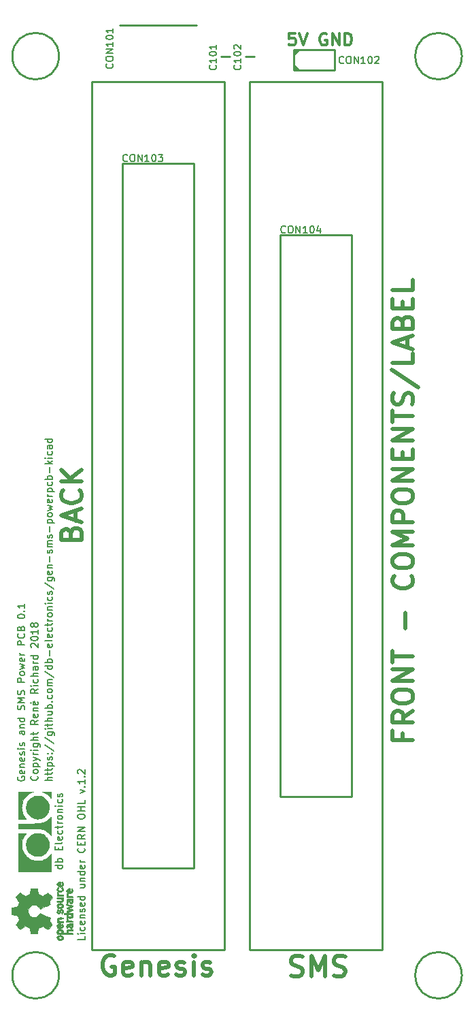
<source format=gto>
G04 #@! TF.GenerationSoftware,KiCad,Pcbnew,5.0.1-33cea8e~68~ubuntu18.04.1*
G04 #@! TF.CreationDate,2018-11-20T23:31:39-05:00*
G04 #@! TF.ProjectId,power-pcb,706F7765722D7063622E6B696361645F,0.1*
G04 #@! TF.SameCoordinates,Original*
G04 #@! TF.FileFunction,Legend,Top*
G04 #@! TF.FilePolarity,Positive*
%FSLAX45Y45*%
G04 Gerber Fmt 4.5, Leading zero omitted, Abs format (unit mm)*
G04 Created by KiCad (PCBNEW 5.0.1-33cea8e~68~ubuntu18.04.1) date Tue 20 Nov 2018 11:31:39 PM EST*
%MOMM*%
%LPD*%
G01*
G04 APERTURE LIST*
%ADD10C,0.508000*%
%ADD11C,0.203200*%
%ADD12C,0.300000*%
%ADD13C,0.254000*%
%ADD14C,0.010000*%
G04 APERTURE END LIST*
D10*
X15371233Y-16003209D02*
X15407519Y-16015305D01*
X15467995Y-16015305D01*
X15492186Y-16003209D01*
X15504281Y-15991114D01*
X15516376Y-15966924D01*
X15516376Y-15942733D01*
X15504281Y-15918543D01*
X15492186Y-15906448D01*
X15467995Y-15894352D01*
X15419614Y-15882257D01*
X15395424Y-15870162D01*
X15383328Y-15858067D01*
X15371233Y-15833876D01*
X15371233Y-15809686D01*
X15383328Y-15785495D01*
X15395424Y-15773400D01*
X15419614Y-15761305D01*
X15480090Y-15761305D01*
X15516376Y-15773400D01*
X15625233Y-16015305D02*
X15625233Y-15761305D01*
X15709900Y-15942733D01*
X15794567Y-15761305D01*
X15794567Y-16015305D01*
X15903424Y-16003209D02*
X15939709Y-16015305D01*
X16000186Y-16015305D01*
X16024376Y-16003209D01*
X16036471Y-15991114D01*
X16048567Y-15966924D01*
X16048567Y-15942733D01*
X16036471Y-15918543D01*
X16024376Y-15906448D01*
X16000186Y-15894352D01*
X15951805Y-15882257D01*
X15927614Y-15870162D01*
X15915519Y-15858067D01*
X15903424Y-15833876D01*
X15903424Y-15809686D01*
X15915519Y-15785495D01*
X15927614Y-15773400D01*
X15951805Y-15761305D01*
X16012281Y-15761305D01*
X16048567Y-15773400D01*
X13171109Y-15760700D02*
X13146919Y-15748605D01*
X13110633Y-15748605D01*
X13074348Y-15760700D01*
X13050157Y-15784890D01*
X13038062Y-15809081D01*
X13025967Y-15857462D01*
X13025967Y-15893748D01*
X13038062Y-15942128D01*
X13050157Y-15966319D01*
X13074348Y-15990509D01*
X13110633Y-16002605D01*
X13134824Y-16002605D01*
X13171109Y-15990509D01*
X13183205Y-15978414D01*
X13183205Y-15893748D01*
X13134824Y-15893748D01*
X13388824Y-15990509D02*
X13364633Y-16002605D01*
X13316252Y-16002605D01*
X13292062Y-15990509D01*
X13279967Y-15966319D01*
X13279967Y-15869557D01*
X13292062Y-15845367D01*
X13316252Y-15833271D01*
X13364633Y-15833271D01*
X13388824Y-15845367D01*
X13400919Y-15869557D01*
X13400919Y-15893748D01*
X13279967Y-15917938D01*
X13509776Y-15833271D02*
X13509776Y-16002605D01*
X13509776Y-15857462D02*
X13521871Y-15845367D01*
X13546062Y-15833271D01*
X13582348Y-15833271D01*
X13606538Y-15845367D01*
X13618633Y-15869557D01*
X13618633Y-16002605D01*
X13836348Y-15990509D02*
X13812157Y-16002605D01*
X13763776Y-16002605D01*
X13739586Y-15990509D01*
X13727490Y-15966319D01*
X13727490Y-15869557D01*
X13739586Y-15845367D01*
X13763776Y-15833271D01*
X13812157Y-15833271D01*
X13836348Y-15845367D01*
X13848443Y-15869557D01*
X13848443Y-15893748D01*
X13727490Y-15917938D01*
X13945205Y-15990509D02*
X13969395Y-16002605D01*
X14017776Y-16002605D01*
X14041967Y-15990509D01*
X14054062Y-15966319D01*
X14054062Y-15954224D01*
X14041967Y-15930033D01*
X14017776Y-15917938D01*
X13981490Y-15917938D01*
X13957300Y-15905843D01*
X13945205Y-15881652D01*
X13945205Y-15869557D01*
X13957300Y-15845367D01*
X13981490Y-15833271D01*
X14017776Y-15833271D01*
X14041967Y-15845367D01*
X14162919Y-16002605D02*
X14162919Y-15833271D01*
X14162919Y-15748605D02*
X14150824Y-15760700D01*
X14162919Y-15772795D01*
X14175014Y-15760700D01*
X14162919Y-15748605D01*
X14162919Y-15772795D01*
X14271776Y-15990509D02*
X14295967Y-16002605D01*
X14344348Y-16002605D01*
X14368538Y-15990509D01*
X14380633Y-15966319D01*
X14380633Y-15954224D01*
X14368538Y-15930033D01*
X14344348Y-15917938D01*
X14308062Y-15917938D01*
X14283871Y-15905843D01*
X14271776Y-15881652D01*
X14271776Y-15869557D01*
X14283871Y-15845367D01*
X14308062Y-15833271D01*
X14344348Y-15833271D01*
X14368538Y-15845367D01*
D11*
X12211050Y-13523383D02*
X12215283Y-13527617D01*
X12219517Y-13540317D01*
X12219517Y-13548783D01*
X12215283Y-13561483D01*
X12206817Y-13569950D01*
X12198350Y-13574183D01*
X12181417Y-13578417D01*
X12168717Y-13578417D01*
X12151783Y-13574183D01*
X12143317Y-13569950D01*
X12134850Y-13561483D01*
X12130617Y-13548783D01*
X12130617Y-13540317D01*
X12134850Y-13527617D01*
X12139083Y-13523383D01*
X12219517Y-13472583D02*
X12215283Y-13481050D01*
X12211050Y-13485283D01*
X12202583Y-13489517D01*
X12177183Y-13489517D01*
X12168717Y-13485283D01*
X12164483Y-13481050D01*
X12160250Y-13472583D01*
X12160250Y-13459883D01*
X12164483Y-13451417D01*
X12168717Y-13447183D01*
X12177183Y-13442950D01*
X12202583Y-13442950D01*
X12211050Y-13447183D01*
X12215283Y-13451417D01*
X12219517Y-13459883D01*
X12219517Y-13472583D01*
X12160250Y-13404850D02*
X12249150Y-13404850D01*
X12164483Y-13404850D02*
X12160250Y-13396383D01*
X12160250Y-13379450D01*
X12164483Y-13370983D01*
X12168717Y-13366750D01*
X12177183Y-13362517D01*
X12202583Y-13362517D01*
X12211050Y-13366750D01*
X12215283Y-13370983D01*
X12219517Y-13379450D01*
X12219517Y-13396383D01*
X12215283Y-13404850D01*
X12160250Y-13332883D02*
X12219517Y-13311717D01*
X12160250Y-13290550D02*
X12219517Y-13311717D01*
X12240683Y-13320183D01*
X12244917Y-13324417D01*
X12249150Y-13332883D01*
X12219517Y-13256683D02*
X12160250Y-13256683D01*
X12177183Y-13256683D02*
X12168717Y-13252450D01*
X12164483Y-13248217D01*
X12160250Y-13239750D01*
X12160250Y-13231283D01*
X12219517Y-13201650D02*
X12160250Y-13201650D01*
X12130617Y-13201650D02*
X12134850Y-13205883D01*
X12139083Y-13201650D01*
X12134850Y-13197417D01*
X12130617Y-13201650D01*
X12139083Y-13201650D01*
X12160250Y-13121217D02*
X12232217Y-13121217D01*
X12240683Y-13125450D01*
X12244917Y-13129683D01*
X12249150Y-13138150D01*
X12249150Y-13150850D01*
X12244917Y-13159317D01*
X12215283Y-13121217D02*
X12219517Y-13129683D01*
X12219517Y-13146617D01*
X12215283Y-13155083D01*
X12211050Y-13159317D01*
X12202583Y-13163550D01*
X12177183Y-13163550D01*
X12168717Y-13159317D01*
X12164483Y-13155083D01*
X12160250Y-13146617D01*
X12160250Y-13129683D01*
X12164483Y-13121217D01*
X12219517Y-13078883D02*
X12130617Y-13078883D01*
X12219517Y-13040783D02*
X12172950Y-13040783D01*
X12164483Y-13045017D01*
X12160250Y-13053483D01*
X12160250Y-13066183D01*
X12164483Y-13074650D01*
X12168717Y-13078883D01*
X12160250Y-13011150D02*
X12160250Y-12977283D01*
X12130617Y-12998450D02*
X12206817Y-12998450D01*
X12215283Y-12994217D01*
X12219517Y-12985750D01*
X12219517Y-12977283D01*
X12219517Y-12829117D02*
X12177183Y-12858750D01*
X12219517Y-12879917D02*
X12130617Y-12879917D01*
X12130617Y-12846050D01*
X12134850Y-12837583D01*
X12139083Y-12833350D01*
X12147550Y-12829117D01*
X12160250Y-12829117D01*
X12168717Y-12833350D01*
X12172950Y-12837583D01*
X12177183Y-12846050D01*
X12177183Y-12879917D01*
X12215283Y-12757150D02*
X12219517Y-12765617D01*
X12219517Y-12782550D01*
X12215283Y-12791017D01*
X12206817Y-12795250D01*
X12172950Y-12795250D01*
X12164483Y-12791017D01*
X12160250Y-12782550D01*
X12160250Y-12765617D01*
X12164483Y-12757150D01*
X12172950Y-12752917D01*
X12181417Y-12752917D01*
X12189883Y-12795250D01*
X12160250Y-12714817D02*
X12219517Y-12714817D01*
X12168717Y-12714817D02*
X12164483Y-12710583D01*
X12160250Y-12702117D01*
X12160250Y-12689417D01*
X12164483Y-12680950D01*
X12172950Y-12676717D01*
X12219517Y-12676717D01*
X12215283Y-12600517D02*
X12219517Y-12608983D01*
X12219517Y-12625917D01*
X12215283Y-12634383D01*
X12206817Y-12638617D01*
X12172950Y-12638617D01*
X12164483Y-12634383D01*
X12160250Y-12625917D01*
X12160250Y-12608983D01*
X12164483Y-12600517D01*
X12172950Y-12596283D01*
X12181417Y-12596283D01*
X12189883Y-12638617D01*
X12126383Y-12608983D02*
X12139083Y-12621683D01*
X12219517Y-12439650D02*
X12177183Y-12469283D01*
X12219517Y-12490450D02*
X12130617Y-12490450D01*
X12130617Y-12456583D01*
X12134850Y-12448117D01*
X12139083Y-12443883D01*
X12147550Y-12439650D01*
X12160250Y-12439650D01*
X12168717Y-12443883D01*
X12172950Y-12448117D01*
X12177183Y-12456583D01*
X12177183Y-12490450D01*
X12219517Y-12401550D02*
X12160250Y-12401550D01*
X12130617Y-12401550D02*
X12134850Y-12405783D01*
X12139083Y-12401550D01*
X12134850Y-12397317D01*
X12130617Y-12401550D01*
X12139083Y-12401550D01*
X12215283Y-12321117D02*
X12219517Y-12329583D01*
X12219517Y-12346517D01*
X12215283Y-12354983D01*
X12211050Y-12359217D01*
X12202583Y-12363450D01*
X12177183Y-12363450D01*
X12168717Y-12359217D01*
X12164483Y-12354983D01*
X12160250Y-12346517D01*
X12160250Y-12329583D01*
X12164483Y-12321117D01*
X12219517Y-12283017D02*
X12130617Y-12283017D01*
X12219517Y-12244917D02*
X12172950Y-12244917D01*
X12164483Y-12249150D01*
X12160250Y-12257617D01*
X12160250Y-12270317D01*
X12164483Y-12278783D01*
X12168717Y-12283017D01*
X12219517Y-12164483D02*
X12172950Y-12164483D01*
X12164483Y-12168717D01*
X12160250Y-12177183D01*
X12160250Y-12194117D01*
X12164483Y-12202583D01*
X12215283Y-12164483D02*
X12219517Y-12172950D01*
X12219517Y-12194117D01*
X12215283Y-12202583D01*
X12206817Y-12206817D01*
X12198350Y-12206817D01*
X12189883Y-12202583D01*
X12185650Y-12194117D01*
X12185650Y-12172950D01*
X12181417Y-12164483D01*
X12219517Y-12122150D02*
X12160250Y-12122150D01*
X12177183Y-12122150D02*
X12168717Y-12117917D01*
X12164483Y-12113683D01*
X12160250Y-12105217D01*
X12160250Y-12096750D01*
X12219517Y-12029017D02*
X12130617Y-12029017D01*
X12215283Y-12029017D02*
X12219517Y-12037483D01*
X12219517Y-12054417D01*
X12215283Y-12062883D01*
X12211050Y-12067117D01*
X12202583Y-12071350D01*
X12177183Y-12071350D01*
X12168717Y-12067117D01*
X12164483Y-12062883D01*
X12160250Y-12054417D01*
X12160250Y-12037483D01*
X12164483Y-12029017D01*
X12139083Y-11923183D02*
X12134850Y-11918950D01*
X12130617Y-11910483D01*
X12130617Y-11889317D01*
X12134850Y-11880850D01*
X12139083Y-11876617D01*
X12147550Y-11872383D01*
X12156017Y-11872383D01*
X12168717Y-11876617D01*
X12219517Y-11927417D01*
X12219517Y-11872383D01*
X12130617Y-11817350D02*
X12130617Y-11808883D01*
X12134850Y-11800417D01*
X12139083Y-11796183D01*
X12147550Y-11791950D01*
X12164483Y-11787717D01*
X12185650Y-11787717D01*
X12202583Y-11791950D01*
X12211050Y-11796183D01*
X12215283Y-11800417D01*
X12219517Y-11808883D01*
X12219517Y-11817350D01*
X12215283Y-11825817D01*
X12211050Y-11830050D01*
X12202583Y-11834283D01*
X12185650Y-11838517D01*
X12164483Y-11838517D01*
X12147550Y-11834283D01*
X12139083Y-11830050D01*
X12134850Y-11825817D01*
X12130617Y-11817350D01*
X12219517Y-11703050D02*
X12219517Y-11753850D01*
X12219517Y-11728450D02*
X12130617Y-11728450D01*
X12143317Y-11736917D01*
X12151783Y-11745383D01*
X12156017Y-11753850D01*
X12168717Y-11652250D02*
X12164483Y-11660717D01*
X12160250Y-11664950D01*
X12151783Y-11669183D01*
X12147550Y-11669183D01*
X12139083Y-11664950D01*
X12134850Y-11660717D01*
X12130617Y-11652250D01*
X12130617Y-11635317D01*
X12134850Y-11626850D01*
X12139083Y-11622617D01*
X12147550Y-11618383D01*
X12151783Y-11618383D01*
X12160250Y-11622617D01*
X12164483Y-11626850D01*
X12168717Y-11635317D01*
X12168717Y-11652250D01*
X12172950Y-11660717D01*
X12177183Y-11664950D01*
X12185650Y-11669183D01*
X12202583Y-11669183D01*
X12211050Y-11664950D01*
X12215283Y-11660717D01*
X12219517Y-11652250D01*
X12219517Y-11635317D01*
X12215283Y-11626850D01*
X12211050Y-11622617D01*
X12202583Y-11618383D01*
X12185650Y-11618383D01*
X12177183Y-11622617D01*
X12172950Y-11626850D01*
X12168717Y-11635317D01*
X12397317Y-13578417D02*
X12308417Y-13578417D01*
X12397317Y-13540317D02*
X12350750Y-13540317D01*
X12342283Y-13544550D01*
X12338050Y-13553017D01*
X12338050Y-13565717D01*
X12342283Y-13574183D01*
X12346517Y-13578417D01*
X12338050Y-13510683D02*
X12338050Y-13476817D01*
X12308417Y-13497983D02*
X12384617Y-13497983D01*
X12393083Y-13493750D01*
X12397317Y-13485283D01*
X12397317Y-13476817D01*
X12338050Y-13459883D02*
X12338050Y-13426017D01*
X12308417Y-13447183D02*
X12384617Y-13447183D01*
X12393083Y-13442950D01*
X12397317Y-13434483D01*
X12397317Y-13426017D01*
X12338050Y-13396383D02*
X12426950Y-13396383D01*
X12342283Y-13396383D02*
X12338050Y-13387917D01*
X12338050Y-13370983D01*
X12342283Y-13362517D01*
X12346517Y-13358283D01*
X12354983Y-13354050D01*
X12380383Y-13354050D01*
X12388850Y-13358283D01*
X12393083Y-13362517D01*
X12397317Y-13370983D01*
X12397317Y-13387917D01*
X12393083Y-13396383D01*
X12393083Y-13320183D02*
X12397317Y-13311717D01*
X12397317Y-13294783D01*
X12393083Y-13286317D01*
X12384617Y-13282083D01*
X12380383Y-13282083D01*
X12371917Y-13286317D01*
X12367683Y-13294783D01*
X12367683Y-13307483D01*
X12363450Y-13315950D01*
X12354983Y-13320183D01*
X12350750Y-13320183D01*
X12342283Y-13315950D01*
X12338050Y-13307483D01*
X12338050Y-13294783D01*
X12342283Y-13286317D01*
X12388850Y-13243983D02*
X12393083Y-13239750D01*
X12397317Y-13243983D01*
X12393083Y-13248217D01*
X12388850Y-13243983D01*
X12397317Y-13243983D01*
X12342283Y-13243983D02*
X12346517Y-13239750D01*
X12350750Y-13243983D01*
X12346517Y-13248217D01*
X12342283Y-13243983D01*
X12350750Y-13243983D01*
X12304183Y-13138150D02*
X12418483Y-13214350D01*
X12304183Y-13045017D02*
X12418483Y-13121217D01*
X12338050Y-12977283D02*
X12410017Y-12977283D01*
X12418483Y-12981517D01*
X12422717Y-12985750D01*
X12426950Y-12994217D01*
X12426950Y-13006917D01*
X12422717Y-13015383D01*
X12393083Y-12977283D02*
X12397317Y-12985750D01*
X12397317Y-13002683D01*
X12393083Y-13011150D01*
X12388850Y-13015383D01*
X12380383Y-13019617D01*
X12354983Y-13019617D01*
X12346517Y-13015383D01*
X12342283Y-13011150D01*
X12338050Y-13002683D01*
X12338050Y-12985750D01*
X12342283Y-12977283D01*
X12397317Y-12934950D02*
X12338050Y-12934950D01*
X12308417Y-12934950D02*
X12312650Y-12939183D01*
X12316883Y-12934950D01*
X12312650Y-12930717D01*
X12308417Y-12934950D01*
X12316883Y-12934950D01*
X12338050Y-12905317D02*
X12338050Y-12871450D01*
X12308417Y-12892617D02*
X12384617Y-12892617D01*
X12393083Y-12888383D01*
X12397317Y-12879917D01*
X12397317Y-12871450D01*
X12397317Y-12841817D02*
X12308417Y-12841817D01*
X12397317Y-12803717D02*
X12350750Y-12803717D01*
X12342283Y-12807950D01*
X12338050Y-12816417D01*
X12338050Y-12829117D01*
X12342283Y-12837583D01*
X12346517Y-12841817D01*
X12338050Y-12723283D02*
X12397317Y-12723283D01*
X12338050Y-12761383D02*
X12384617Y-12761383D01*
X12393083Y-12757150D01*
X12397317Y-12748683D01*
X12397317Y-12735983D01*
X12393083Y-12727517D01*
X12388850Y-12723283D01*
X12397317Y-12680950D02*
X12308417Y-12680950D01*
X12342283Y-12680950D02*
X12338050Y-12672483D01*
X12338050Y-12655550D01*
X12342283Y-12647083D01*
X12346517Y-12642850D01*
X12354983Y-12638617D01*
X12380383Y-12638617D01*
X12388850Y-12642850D01*
X12393083Y-12647083D01*
X12397317Y-12655550D01*
X12397317Y-12672483D01*
X12393083Y-12680950D01*
X12388850Y-12600517D02*
X12393083Y-12596283D01*
X12397317Y-12600517D01*
X12393083Y-12604750D01*
X12388850Y-12600517D01*
X12397317Y-12600517D01*
X12393083Y-12520083D02*
X12397317Y-12528550D01*
X12397317Y-12545483D01*
X12393083Y-12553950D01*
X12388850Y-12558183D01*
X12380383Y-12562417D01*
X12354983Y-12562417D01*
X12346517Y-12558183D01*
X12342283Y-12553950D01*
X12338050Y-12545483D01*
X12338050Y-12528550D01*
X12342283Y-12520083D01*
X12397317Y-12469283D02*
X12393083Y-12477750D01*
X12388850Y-12481983D01*
X12380383Y-12486217D01*
X12354983Y-12486217D01*
X12346517Y-12481983D01*
X12342283Y-12477750D01*
X12338050Y-12469283D01*
X12338050Y-12456583D01*
X12342283Y-12448117D01*
X12346517Y-12443883D01*
X12354983Y-12439650D01*
X12380383Y-12439650D01*
X12388850Y-12443883D01*
X12393083Y-12448117D01*
X12397317Y-12456583D01*
X12397317Y-12469283D01*
X12397317Y-12401550D02*
X12338050Y-12401550D01*
X12346517Y-12401550D02*
X12342283Y-12397317D01*
X12338050Y-12388850D01*
X12338050Y-12376150D01*
X12342283Y-12367683D01*
X12350750Y-12363450D01*
X12397317Y-12363450D01*
X12350750Y-12363450D02*
X12342283Y-12359217D01*
X12338050Y-12350750D01*
X12338050Y-12338050D01*
X12342283Y-12329583D01*
X12350750Y-12325350D01*
X12397317Y-12325350D01*
X12304183Y-12219517D02*
X12418483Y-12295717D01*
X12397317Y-12151783D02*
X12308417Y-12151783D01*
X12393083Y-12151783D02*
X12397317Y-12160250D01*
X12397317Y-12177183D01*
X12393083Y-12185650D01*
X12388850Y-12189883D01*
X12380383Y-12194117D01*
X12354983Y-12194117D01*
X12346517Y-12189883D01*
X12342283Y-12185650D01*
X12338050Y-12177183D01*
X12338050Y-12160250D01*
X12342283Y-12151783D01*
X12397317Y-12109450D02*
X12308417Y-12109450D01*
X12342283Y-12109450D02*
X12338050Y-12100983D01*
X12338050Y-12084050D01*
X12342283Y-12075583D01*
X12346517Y-12071350D01*
X12354983Y-12067117D01*
X12380383Y-12067117D01*
X12388850Y-12071350D01*
X12393083Y-12075583D01*
X12397317Y-12084050D01*
X12397317Y-12100983D01*
X12393083Y-12109450D01*
X12363450Y-12029017D02*
X12363450Y-11961283D01*
X12393083Y-11885083D02*
X12397317Y-11893550D01*
X12397317Y-11910483D01*
X12393083Y-11918950D01*
X12384617Y-11923183D01*
X12350750Y-11923183D01*
X12342283Y-11918950D01*
X12338050Y-11910483D01*
X12338050Y-11893550D01*
X12342283Y-11885083D01*
X12350750Y-11880850D01*
X12359217Y-11880850D01*
X12367683Y-11923183D01*
X12397317Y-11830050D02*
X12393083Y-11838517D01*
X12384617Y-11842750D01*
X12308417Y-11842750D01*
X12393083Y-11762317D02*
X12397317Y-11770783D01*
X12397317Y-11787717D01*
X12393083Y-11796183D01*
X12384617Y-11800417D01*
X12350750Y-11800417D01*
X12342283Y-11796183D01*
X12338050Y-11787717D01*
X12338050Y-11770783D01*
X12342283Y-11762317D01*
X12350750Y-11758083D01*
X12359217Y-11758083D01*
X12367683Y-11800417D01*
X12393083Y-11681883D02*
X12397317Y-11690350D01*
X12397317Y-11707283D01*
X12393083Y-11715750D01*
X12388850Y-11719983D01*
X12380383Y-11724217D01*
X12354983Y-11724217D01*
X12346517Y-11719983D01*
X12342283Y-11715750D01*
X12338050Y-11707283D01*
X12338050Y-11690350D01*
X12342283Y-11681883D01*
X12338050Y-11656483D02*
X12338050Y-11622617D01*
X12308417Y-11643783D02*
X12384617Y-11643783D01*
X12393083Y-11639550D01*
X12397317Y-11631083D01*
X12397317Y-11622617D01*
X12397317Y-11592983D02*
X12338050Y-11592983D01*
X12354983Y-11592983D02*
X12346517Y-11588750D01*
X12342283Y-11584517D01*
X12338050Y-11576050D01*
X12338050Y-11567583D01*
X12397317Y-11525250D02*
X12393083Y-11533717D01*
X12388850Y-11537950D01*
X12380383Y-11542183D01*
X12354983Y-11542183D01*
X12346517Y-11537950D01*
X12342283Y-11533717D01*
X12338050Y-11525250D01*
X12338050Y-11512550D01*
X12342283Y-11504083D01*
X12346517Y-11499850D01*
X12354983Y-11495617D01*
X12380383Y-11495617D01*
X12388850Y-11499850D01*
X12393083Y-11504083D01*
X12397317Y-11512550D01*
X12397317Y-11525250D01*
X12338050Y-11457517D02*
X12397317Y-11457517D01*
X12346517Y-11457517D02*
X12342283Y-11453283D01*
X12338050Y-11444817D01*
X12338050Y-11432117D01*
X12342283Y-11423650D01*
X12350750Y-11419417D01*
X12397317Y-11419417D01*
X12397317Y-11377083D02*
X12338050Y-11377083D01*
X12308417Y-11377083D02*
X12312650Y-11381317D01*
X12316883Y-11377083D01*
X12312650Y-11372850D01*
X12308417Y-11377083D01*
X12316883Y-11377083D01*
X12393083Y-11296650D02*
X12397317Y-11305117D01*
X12397317Y-11322050D01*
X12393083Y-11330517D01*
X12388850Y-11334750D01*
X12380383Y-11338983D01*
X12354983Y-11338983D01*
X12346517Y-11334750D01*
X12342283Y-11330517D01*
X12338050Y-11322050D01*
X12338050Y-11305117D01*
X12342283Y-11296650D01*
X12393083Y-11262783D02*
X12397317Y-11254317D01*
X12397317Y-11237383D01*
X12393083Y-11228917D01*
X12384617Y-11224683D01*
X12380383Y-11224683D01*
X12371917Y-11228917D01*
X12367683Y-11237383D01*
X12367683Y-11250083D01*
X12363450Y-11258550D01*
X12354983Y-11262783D01*
X12350750Y-11262783D01*
X12342283Y-11258550D01*
X12338050Y-11250083D01*
X12338050Y-11237383D01*
X12342283Y-11228917D01*
X12304183Y-11123083D02*
X12418483Y-11199283D01*
X12338050Y-11055350D02*
X12410017Y-11055350D01*
X12418483Y-11059583D01*
X12422717Y-11063817D01*
X12426950Y-11072283D01*
X12426950Y-11084983D01*
X12422717Y-11093450D01*
X12393083Y-11055350D02*
X12397317Y-11063817D01*
X12397317Y-11080750D01*
X12393083Y-11089217D01*
X12388850Y-11093450D01*
X12380383Y-11097683D01*
X12354983Y-11097683D01*
X12346517Y-11093450D01*
X12342283Y-11089217D01*
X12338050Y-11080750D01*
X12338050Y-11063817D01*
X12342283Y-11055350D01*
X12393083Y-10979150D02*
X12397317Y-10987617D01*
X12397317Y-11004550D01*
X12393083Y-11013017D01*
X12384617Y-11017250D01*
X12350750Y-11017250D01*
X12342283Y-11013017D01*
X12338050Y-11004550D01*
X12338050Y-10987617D01*
X12342283Y-10979150D01*
X12350750Y-10974917D01*
X12359217Y-10974917D01*
X12367683Y-11017250D01*
X12338050Y-10936817D02*
X12397317Y-10936817D01*
X12346517Y-10936817D02*
X12342283Y-10932583D01*
X12338050Y-10924117D01*
X12338050Y-10911417D01*
X12342283Y-10902950D01*
X12350750Y-10898717D01*
X12397317Y-10898717D01*
X12363450Y-10856383D02*
X12363450Y-10788650D01*
X12393083Y-10750550D02*
X12397317Y-10742083D01*
X12397317Y-10725150D01*
X12393083Y-10716683D01*
X12384617Y-10712450D01*
X12380383Y-10712450D01*
X12371917Y-10716683D01*
X12367683Y-10725150D01*
X12367683Y-10737850D01*
X12363450Y-10746317D01*
X12354983Y-10750550D01*
X12350750Y-10750550D01*
X12342283Y-10746317D01*
X12338050Y-10737850D01*
X12338050Y-10725150D01*
X12342283Y-10716683D01*
X12397317Y-10674350D02*
X12338050Y-10674350D01*
X12346517Y-10674350D02*
X12342283Y-10670117D01*
X12338050Y-10661650D01*
X12338050Y-10648950D01*
X12342283Y-10640483D01*
X12350750Y-10636250D01*
X12397317Y-10636250D01*
X12350750Y-10636250D02*
X12342283Y-10632017D01*
X12338050Y-10623550D01*
X12338050Y-10610850D01*
X12342283Y-10602383D01*
X12350750Y-10598150D01*
X12397317Y-10598150D01*
X12393083Y-10560050D02*
X12397317Y-10551583D01*
X12397317Y-10534650D01*
X12393083Y-10526183D01*
X12384617Y-10521950D01*
X12380383Y-10521950D01*
X12371917Y-10526183D01*
X12367683Y-10534650D01*
X12367683Y-10547350D01*
X12363450Y-10555817D01*
X12354983Y-10560050D01*
X12350750Y-10560050D01*
X12342283Y-10555817D01*
X12338050Y-10547350D01*
X12338050Y-10534650D01*
X12342283Y-10526183D01*
X12363450Y-10483850D02*
X12363450Y-10416117D01*
X12338050Y-10373783D02*
X12426950Y-10373783D01*
X12342283Y-10373783D02*
X12338050Y-10365317D01*
X12338050Y-10348383D01*
X12342283Y-10339917D01*
X12346517Y-10335683D01*
X12354983Y-10331450D01*
X12380383Y-10331450D01*
X12388850Y-10335683D01*
X12393083Y-10339917D01*
X12397317Y-10348383D01*
X12397317Y-10365317D01*
X12393083Y-10373783D01*
X12397317Y-10280650D02*
X12393083Y-10289117D01*
X12388850Y-10293350D01*
X12380383Y-10297583D01*
X12354983Y-10297583D01*
X12346517Y-10293350D01*
X12342283Y-10289117D01*
X12338050Y-10280650D01*
X12338050Y-10267950D01*
X12342283Y-10259483D01*
X12346517Y-10255250D01*
X12354983Y-10251017D01*
X12380383Y-10251017D01*
X12388850Y-10255250D01*
X12393083Y-10259483D01*
X12397317Y-10267950D01*
X12397317Y-10280650D01*
X12338050Y-10221383D02*
X12397317Y-10204450D01*
X12354983Y-10187517D01*
X12397317Y-10170583D01*
X12338050Y-10153650D01*
X12393083Y-10085917D02*
X12397317Y-10094383D01*
X12397317Y-10111317D01*
X12393083Y-10119783D01*
X12384617Y-10124017D01*
X12350750Y-10124017D01*
X12342283Y-10119783D01*
X12338050Y-10111317D01*
X12338050Y-10094383D01*
X12342283Y-10085917D01*
X12350750Y-10081683D01*
X12359217Y-10081683D01*
X12367683Y-10124017D01*
X12397317Y-10043583D02*
X12338050Y-10043583D01*
X12354983Y-10043583D02*
X12346517Y-10039350D01*
X12342283Y-10035117D01*
X12338050Y-10026650D01*
X12338050Y-10018183D01*
X12338050Y-9988550D02*
X12426950Y-9988550D01*
X12342283Y-9988550D02*
X12338050Y-9980083D01*
X12338050Y-9963150D01*
X12342283Y-9954683D01*
X12346517Y-9950450D01*
X12354983Y-9946217D01*
X12380383Y-9946217D01*
X12388850Y-9950450D01*
X12393083Y-9954683D01*
X12397317Y-9963150D01*
X12397317Y-9980083D01*
X12393083Y-9988550D01*
X12393083Y-9870017D02*
X12397317Y-9878483D01*
X12397317Y-9895417D01*
X12393083Y-9903883D01*
X12388850Y-9908117D01*
X12380383Y-9912350D01*
X12354983Y-9912350D01*
X12346517Y-9908117D01*
X12342283Y-9903883D01*
X12338050Y-9895417D01*
X12338050Y-9878483D01*
X12342283Y-9870017D01*
X12397317Y-9831917D02*
X12308417Y-9831917D01*
X12342283Y-9831917D02*
X12338050Y-9823450D01*
X12338050Y-9806517D01*
X12342283Y-9798050D01*
X12346517Y-9793817D01*
X12354983Y-9789583D01*
X12380383Y-9789583D01*
X12388850Y-9793817D01*
X12393083Y-9798050D01*
X12397317Y-9806517D01*
X12397317Y-9823450D01*
X12393083Y-9831917D01*
X12363450Y-9751483D02*
X12363450Y-9683750D01*
X12397317Y-9641417D02*
X12308417Y-9641417D01*
X12363450Y-9632950D02*
X12397317Y-9607550D01*
X12338050Y-9607550D02*
X12371917Y-9641417D01*
X12397317Y-9569450D02*
X12338050Y-9569450D01*
X12308417Y-9569450D02*
X12312650Y-9573683D01*
X12316883Y-9569450D01*
X12312650Y-9565217D01*
X12308417Y-9569450D01*
X12316883Y-9569450D01*
X12393083Y-9489017D02*
X12397317Y-9497483D01*
X12397317Y-9514417D01*
X12393083Y-9522883D01*
X12388850Y-9527117D01*
X12380383Y-9531350D01*
X12354983Y-9531350D01*
X12346517Y-9527117D01*
X12342283Y-9522883D01*
X12338050Y-9514417D01*
X12338050Y-9497483D01*
X12342283Y-9489017D01*
X12397317Y-9412817D02*
X12350750Y-9412817D01*
X12342283Y-9417050D01*
X12338050Y-9425517D01*
X12338050Y-9442450D01*
X12342283Y-9450917D01*
X12393083Y-9412817D02*
X12397317Y-9421283D01*
X12397317Y-9442450D01*
X12393083Y-9450917D01*
X12384617Y-9455150D01*
X12376150Y-9455150D01*
X12367683Y-9450917D01*
X12363450Y-9442450D01*
X12363450Y-9421283D01*
X12359217Y-9412817D01*
X12397317Y-9332383D02*
X12308417Y-9332383D01*
X12393083Y-9332383D02*
X12397317Y-9340850D01*
X12397317Y-9357783D01*
X12393083Y-9366250D01*
X12388850Y-9370483D01*
X12380383Y-9374717D01*
X12354983Y-9374717D01*
X12346517Y-9370483D01*
X12342283Y-9366250D01*
X12338050Y-9357783D01*
X12338050Y-9340850D01*
X12342283Y-9332383D01*
X11969750Y-13531850D02*
X11965517Y-13540317D01*
X11965517Y-13553017D01*
X11969750Y-13565717D01*
X11978217Y-13574183D01*
X11986683Y-13578417D01*
X12003617Y-13582650D01*
X12016317Y-13582650D01*
X12033250Y-13578417D01*
X12041717Y-13574183D01*
X12050183Y-13565717D01*
X12054417Y-13553017D01*
X12054417Y-13544550D01*
X12050183Y-13531850D01*
X12045950Y-13527617D01*
X12016317Y-13527617D01*
X12016317Y-13544550D01*
X12050183Y-13455650D02*
X12054417Y-13464117D01*
X12054417Y-13481050D01*
X12050183Y-13489517D01*
X12041717Y-13493750D01*
X12007850Y-13493750D01*
X11999383Y-13489517D01*
X11995150Y-13481050D01*
X11995150Y-13464117D01*
X11999383Y-13455650D01*
X12007850Y-13451417D01*
X12016317Y-13451417D01*
X12024783Y-13493750D01*
X11995150Y-13413317D02*
X12054417Y-13413317D01*
X12003617Y-13413317D02*
X11999383Y-13409083D01*
X11995150Y-13400617D01*
X11995150Y-13387917D01*
X11999383Y-13379450D01*
X12007850Y-13375217D01*
X12054417Y-13375217D01*
X12050183Y-13299017D02*
X12054417Y-13307483D01*
X12054417Y-13324417D01*
X12050183Y-13332883D01*
X12041717Y-13337117D01*
X12007850Y-13337117D01*
X11999383Y-13332883D01*
X11995150Y-13324417D01*
X11995150Y-13307483D01*
X11999383Y-13299017D01*
X12007850Y-13294783D01*
X12016317Y-13294783D01*
X12024783Y-13337117D01*
X12050183Y-13260917D02*
X12054417Y-13252450D01*
X12054417Y-13235517D01*
X12050183Y-13227050D01*
X12041717Y-13222817D01*
X12037483Y-13222817D01*
X12029017Y-13227050D01*
X12024783Y-13235517D01*
X12024783Y-13248217D01*
X12020550Y-13256683D01*
X12012083Y-13260917D01*
X12007850Y-13260917D01*
X11999383Y-13256683D01*
X11995150Y-13248217D01*
X11995150Y-13235517D01*
X11999383Y-13227050D01*
X12054417Y-13184717D02*
X11995150Y-13184717D01*
X11965517Y-13184717D02*
X11969750Y-13188950D01*
X11973983Y-13184717D01*
X11969750Y-13180483D01*
X11965517Y-13184717D01*
X11973983Y-13184717D01*
X12050183Y-13146617D02*
X12054417Y-13138150D01*
X12054417Y-13121217D01*
X12050183Y-13112750D01*
X12041717Y-13108517D01*
X12037483Y-13108517D01*
X12029017Y-13112750D01*
X12024783Y-13121217D01*
X12024783Y-13133917D01*
X12020550Y-13142383D01*
X12012083Y-13146617D01*
X12007850Y-13146617D01*
X11999383Y-13142383D01*
X11995150Y-13133917D01*
X11995150Y-13121217D01*
X11999383Y-13112750D01*
X12054417Y-12964583D02*
X12007850Y-12964583D01*
X11999383Y-12968817D01*
X11995150Y-12977283D01*
X11995150Y-12994217D01*
X11999383Y-13002683D01*
X12050183Y-12964583D02*
X12054417Y-12973050D01*
X12054417Y-12994217D01*
X12050183Y-13002683D01*
X12041717Y-13006917D01*
X12033250Y-13006917D01*
X12024783Y-13002683D01*
X12020550Y-12994217D01*
X12020550Y-12973050D01*
X12016317Y-12964583D01*
X11995150Y-12922250D02*
X12054417Y-12922250D01*
X12003617Y-12922250D02*
X11999383Y-12918017D01*
X11995150Y-12909550D01*
X11995150Y-12896850D01*
X11999383Y-12888383D01*
X12007850Y-12884150D01*
X12054417Y-12884150D01*
X12054417Y-12803717D02*
X11965517Y-12803717D01*
X12050183Y-12803717D02*
X12054417Y-12812183D01*
X12054417Y-12829117D01*
X12050183Y-12837583D01*
X12045950Y-12841817D01*
X12037483Y-12846050D01*
X12012083Y-12846050D01*
X12003617Y-12841817D01*
X11999383Y-12837583D01*
X11995150Y-12829117D01*
X11995150Y-12812183D01*
X11999383Y-12803717D01*
X12050183Y-12697883D02*
X12054417Y-12685183D01*
X12054417Y-12664017D01*
X12050183Y-12655550D01*
X12045950Y-12651317D01*
X12037483Y-12647083D01*
X12029017Y-12647083D01*
X12020550Y-12651317D01*
X12016317Y-12655550D01*
X12012083Y-12664017D01*
X12007850Y-12680950D01*
X12003617Y-12689417D01*
X11999383Y-12693650D01*
X11990917Y-12697883D01*
X11982450Y-12697883D01*
X11973983Y-12693650D01*
X11969750Y-12689417D01*
X11965517Y-12680950D01*
X11965517Y-12659783D01*
X11969750Y-12647083D01*
X12054417Y-12608983D02*
X11965517Y-12608983D01*
X12029017Y-12579350D01*
X11965517Y-12549717D01*
X12054417Y-12549717D01*
X12050183Y-12511617D02*
X12054417Y-12498917D01*
X12054417Y-12477750D01*
X12050183Y-12469283D01*
X12045950Y-12465050D01*
X12037483Y-12460817D01*
X12029017Y-12460817D01*
X12020550Y-12465050D01*
X12016317Y-12469283D01*
X12012083Y-12477750D01*
X12007850Y-12494683D01*
X12003617Y-12503150D01*
X11999383Y-12507383D01*
X11990917Y-12511617D01*
X11982450Y-12511617D01*
X11973983Y-12507383D01*
X11969750Y-12503150D01*
X11965517Y-12494683D01*
X11965517Y-12473517D01*
X11969750Y-12460817D01*
X12054417Y-12354983D02*
X11965517Y-12354983D01*
X11965517Y-12321117D01*
X11969750Y-12312650D01*
X11973983Y-12308417D01*
X11982450Y-12304183D01*
X11995150Y-12304183D01*
X12003617Y-12308417D01*
X12007850Y-12312650D01*
X12012083Y-12321117D01*
X12012083Y-12354983D01*
X12054417Y-12253383D02*
X12050183Y-12261850D01*
X12045950Y-12266083D01*
X12037483Y-12270317D01*
X12012083Y-12270317D01*
X12003617Y-12266083D01*
X11999383Y-12261850D01*
X11995150Y-12253383D01*
X11995150Y-12240683D01*
X11999383Y-12232217D01*
X12003617Y-12227983D01*
X12012083Y-12223750D01*
X12037483Y-12223750D01*
X12045950Y-12227983D01*
X12050183Y-12232217D01*
X12054417Y-12240683D01*
X12054417Y-12253383D01*
X11995150Y-12194117D02*
X12054417Y-12177183D01*
X12012083Y-12160250D01*
X12054417Y-12143317D01*
X11995150Y-12126383D01*
X12050183Y-12058650D02*
X12054417Y-12067117D01*
X12054417Y-12084050D01*
X12050183Y-12092517D01*
X12041717Y-12096750D01*
X12007850Y-12096750D01*
X11999383Y-12092517D01*
X11995150Y-12084050D01*
X11995150Y-12067117D01*
X11999383Y-12058650D01*
X12007850Y-12054417D01*
X12016317Y-12054417D01*
X12024783Y-12096750D01*
X12054417Y-12016317D02*
X11995150Y-12016317D01*
X12012083Y-12016317D02*
X12003617Y-12012083D01*
X11999383Y-12007850D01*
X11995150Y-11999383D01*
X11995150Y-11990917D01*
X12054417Y-11893550D02*
X11965517Y-11893550D01*
X11965517Y-11859683D01*
X11969750Y-11851217D01*
X11973983Y-11846983D01*
X11982450Y-11842750D01*
X11995150Y-11842750D01*
X12003617Y-11846983D01*
X12007850Y-11851217D01*
X12012083Y-11859683D01*
X12012083Y-11893550D01*
X12045950Y-11753850D02*
X12050183Y-11758083D01*
X12054417Y-11770783D01*
X12054417Y-11779250D01*
X12050183Y-11791950D01*
X12041717Y-11800417D01*
X12033250Y-11804650D01*
X12016317Y-11808883D01*
X12003617Y-11808883D01*
X11986683Y-11804650D01*
X11978217Y-11800417D01*
X11969750Y-11791950D01*
X11965517Y-11779250D01*
X11965517Y-11770783D01*
X11969750Y-11758083D01*
X11973983Y-11753850D01*
X12007850Y-11686117D02*
X12012083Y-11673417D01*
X12016317Y-11669183D01*
X12024783Y-11664950D01*
X12037483Y-11664950D01*
X12045950Y-11669183D01*
X12050183Y-11673417D01*
X12054417Y-11681883D01*
X12054417Y-11715750D01*
X11965517Y-11715750D01*
X11965517Y-11686117D01*
X11969750Y-11677650D01*
X11973983Y-11673417D01*
X11982450Y-11669183D01*
X11990917Y-11669183D01*
X11999383Y-11673417D01*
X12003617Y-11677650D01*
X12007850Y-11686117D01*
X12007850Y-11715750D01*
X11965517Y-11542183D02*
X11965517Y-11533717D01*
X11969750Y-11525250D01*
X11973983Y-11521017D01*
X11982450Y-11516783D01*
X11999383Y-11512550D01*
X12020550Y-11512550D01*
X12037483Y-11516783D01*
X12045950Y-11521017D01*
X12050183Y-11525250D01*
X12054417Y-11533717D01*
X12054417Y-11542183D01*
X12050183Y-11550650D01*
X12045950Y-11554883D01*
X12037483Y-11559117D01*
X12020550Y-11563350D01*
X11999383Y-11563350D01*
X11982450Y-11559117D01*
X11973983Y-11554883D01*
X11969750Y-11550650D01*
X11965517Y-11542183D01*
X12045950Y-11474450D02*
X12050183Y-11470217D01*
X12054417Y-11474450D01*
X12050183Y-11478683D01*
X12045950Y-11474450D01*
X12054417Y-11474450D01*
X12054417Y-11385550D02*
X12054417Y-11436350D01*
X12054417Y-11410950D02*
X11965517Y-11410950D01*
X11978217Y-11419417D01*
X11986683Y-11427883D01*
X11990917Y-11436350D01*
X12803717Y-15515167D02*
X12803717Y-15557500D01*
X12714817Y-15557500D01*
X12803717Y-15485533D02*
X12744450Y-15485533D01*
X12714817Y-15485533D02*
X12719050Y-15489767D01*
X12723283Y-15485533D01*
X12719050Y-15481300D01*
X12714817Y-15485533D01*
X12723283Y-15485533D01*
X12799483Y-15405100D02*
X12803717Y-15413567D01*
X12803717Y-15430500D01*
X12799483Y-15438967D01*
X12795250Y-15443200D01*
X12786783Y-15447433D01*
X12761383Y-15447433D01*
X12752917Y-15443200D01*
X12748683Y-15438967D01*
X12744450Y-15430500D01*
X12744450Y-15413567D01*
X12748683Y-15405100D01*
X12799483Y-15333133D02*
X12803717Y-15341600D01*
X12803717Y-15358533D01*
X12799483Y-15367000D01*
X12791017Y-15371233D01*
X12757150Y-15371233D01*
X12748683Y-15367000D01*
X12744450Y-15358533D01*
X12744450Y-15341600D01*
X12748683Y-15333133D01*
X12757150Y-15328900D01*
X12765617Y-15328900D01*
X12774083Y-15371233D01*
X12744450Y-15290800D02*
X12803717Y-15290800D01*
X12752917Y-15290800D02*
X12748683Y-15286567D01*
X12744450Y-15278100D01*
X12744450Y-15265400D01*
X12748683Y-15256933D01*
X12757150Y-15252700D01*
X12803717Y-15252700D01*
X12799483Y-15214600D02*
X12803717Y-15206133D01*
X12803717Y-15189200D01*
X12799483Y-15180733D01*
X12791017Y-15176500D01*
X12786783Y-15176500D01*
X12778317Y-15180733D01*
X12774083Y-15189200D01*
X12774083Y-15201900D01*
X12769850Y-15210367D01*
X12761383Y-15214600D01*
X12757150Y-15214600D01*
X12748683Y-15210367D01*
X12744450Y-15201900D01*
X12744450Y-15189200D01*
X12748683Y-15180733D01*
X12799483Y-15104533D02*
X12803717Y-15113000D01*
X12803717Y-15129933D01*
X12799483Y-15138400D01*
X12791017Y-15142633D01*
X12757150Y-15142633D01*
X12748683Y-15138400D01*
X12744450Y-15129933D01*
X12744450Y-15113000D01*
X12748683Y-15104533D01*
X12757150Y-15100300D01*
X12765617Y-15100300D01*
X12774083Y-15142633D01*
X12803717Y-15024100D02*
X12714817Y-15024100D01*
X12799483Y-15024100D02*
X12803717Y-15032567D01*
X12803717Y-15049500D01*
X12799483Y-15057967D01*
X12795250Y-15062200D01*
X12786783Y-15066433D01*
X12761383Y-15066433D01*
X12752917Y-15062200D01*
X12748683Y-15057967D01*
X12744450Y-15049500D01*
X12744450Y-15032567D01*
X12748683Y-15024100D01*
X12744450Y-14875933D02*
X12803717Y-14875933D01*
X12744450Y-14914033D02*
X12791017Y-14914033D01*
X12799483Y-14909800D01*
X12803717Y-14901333D01*
X12803717Y-14888633D01*
X12799483Y-14880167D01*
X12795250Y-14875933D01*
X12744450Y-14833600D02*
X12803717Y-14833600D01*
X12752917Y-14833600D02*
X12748683Y-14829367D01*
X12744450Y-14820900D01*
X12744450Y-14808200D01*
X12748683Y-14799733D01*
X12757150Y-14795500D01*
X12803717Y-14795500D01*
X12803717Y-14715067D02*
X12714817Y-14715067D01*
X12799483Y-14715067D02*
X12803717Y-14723533D01*
X12803717Y-14740467D01*
X12799483Y-14748933D01*
X12795250Y-14753167D01*
X12786783Y-14757400D01*
X12761383Y-14757400D01*
X12752917Y-14753167D01*
X12748683Y-14748933D01*
X12744450Y-14740467D01*
X12744450Y-14723533D01*
X12748683Y-14715067D01*
X12799483Y-14638867D02*
X12803717Y-14647333D01*
X12803717Y-14664267D01*
X12799483Y-14672733D01*
X12791017Y-14676967D01*
X12757150Y-14676967D01*
X12748683Y-14672733D01*
X12744450Y-14664267D01*
X12744450Y-14647333D01*
X12748683Y-14638867D01*
X12757150Y-14634633D01*
X12765617Y-14634633D01*
X12774083Y-14676967D01*
X12803717Y-14596533D02*
X12744450Y-14596533D01*
X12761383Y-14596533D02*
X12752917Y-14592300D01*
X12748683Y-14588067D01*
X12744450Y-14579600D01*
X12744450Y-14571133D01*
X12795250Y-14422967D02*
X12799483Y-14427200D01*
X12803717Y-14439900D01*
X12803717Y-14448367D01*
X12799483Y-14461067D01*
X12791017Y-14469533D01*
X12782550Y-14473767D01*
X12765617Y-14478000D01*
X12752917Y-14478000D01*
X12735983Y-14473767D01*
X12727517Y-14469533D01*
X12719050Y-14461067D01*
X12714817Y-14448367D01*
X12714817Y-14439900D01*
X12719050Y-14427200D01*
X12723283Y-14422967D01*
X12757150Y-14384867D02*
X12757150Y-14355233D01*
X12803717Y-14342533D02*
X12803717Y-14384867D01*
X12714817Y-14384867D01*
X12714817Y-14342533D01*
X12803717Y-14253633D02*
X12761383Y-14283267D01*
X12803717Y-14304433D02*
X12714817Y-14304433D01*
X12714817Y-14270567D01*
X12719050Y-14262100D01*
X12723283Y-14257867D01*
X12731750Y-14253633D01*
X12744450Y-14253633D01*
X12752917Y-14257867D01*
X12757150Y-14262100D01*
X12761383Y-14270567D01*
X12761383Y-14304433D01*
X12803717Y-14215533D02*
X12714817Y-14215533D01*
X12803717Y-14164733D01*
X12714817Y-14164733D01*
X12714817Y-14037733D02*
X12714817Y-14020800D01*
X12719050Y-14012333D01*
X12727517Y-14003867D01*
X12744450Y-13999633D01*
X12774083Y-13999633D01*
X12791017Y-14003867D01*
X12799483Y-14012333D01*
X12803717Y-14020800D01*
X12803717Y-14037733D01*
X12799483Y-14046200D01*
X12791017Y-14054667D01*
X12774083Y-14058900D01*
X12744450Y-14058900D01*
X12727517Y-14054667D01*
X12719050Y-14046200D01*
X12714817Y-14037733D01*
X12803717Y-13961533D02*
X12714817Y-13961533D01*
X12757150Y-13961533D02*
X12757150Y-13910733D01*
X12803717Y-13910733D02*
X12714817Y-13910733D01*
X12803717Y-13826067D02*
X12803717Y-13868400D01*
X12714817Y-13868400D01*
X12744450Y-13737167D02*
X12803717Y-13716000D01*
X12744450Y-13694833D01*
X12795250Y-13660967D02*
X12799483Y-13656733D01*
X12803717Y-13660967D01*
X12799483Y-13665200D01*
X12795250Y-13660967D01*
X12803717Y-13660967D01*
X12803717Y-13572067D02*
X12803717Y-13622867D01*
X12803717Y-13597467D02*
X12714817Y-13597467D01*
X12727517Y-13605933D01*
X12735983Y-13614400D01*
X12740217Y-13622867D01*
X12795250Y-13533967D02*
X12799483Y-13529733D01*
X12803717Y-13533967D01*
X12799483Y-13538200D01*
X12795250Y-13533967D01*
X12803717Y-13533967D01*
X12723283Y-13495867D02*
X12719050Y-13491633D01*
X12714817Y-13483167D01*
X12714817Y-13462000D01*
X12719050Y-13453533D01*
X12723283Y-13449300D01*
X12731750Y-13445067D01*
X12740217Y-13445067D01*
X12752917Y-13449300D01*
X12803717Y-13500100D01*
X12803717Y-13445067D01*
X12524317Y-14634633D02*
X12435417Y-14634633D01*
X12520083Y-14634633D02*
X12524317Y-14643100D01*
X12524317Y-14660033D01*
X12520083Y-14668500D01*
X12515850Y-14672733D01*
X12507383Y-14676967D01*
X12481983Y-14676967D01*
X12473517Y-14672733D01*
X12469283Y-14668500D01*
X12465050Y-14660033D01*
X12465050Y-14643100D01*
X12469283Y-14634633D01*
X12524317Y-14592300D02*
X12435417Y-14592300D01*
X12469283Y-14592300D02*
X12465050Y-14583833D01*
X12465050Y-14566900D01*
X12469283Y-14558433D01*
X12473517Y-14554200D01*
X12481983Y-14549967D01*
X12507383Y-14549967D01*
X12515850Y-14554200D01*
X12520083Y-14558433D01*
X12524317Y-14566900D01*
X12524317Y-14583833D01*
X12520083Y-14592300D01*
X12477750Y-14444133D02*
X12477750Y-14414500D01*
X12524317Y-14401800D02*
X12524317Y-14444133D01*
X12435417Y-14444133D01*
X12435417Y-14401800D01*
X12524317Y-14351000D02*
X12520083Y-14359467D01*
X12511617Y-14363700D01*
X12435417Y-14363700D01*
X12520083Y-14283267D02*
X12524317Y-14291733D01*
X12524317Y-14308667D01*
X12520083Y-14317133D01*
X12511617Y-14321367D01*
X12477750Y-14321367D01*
X12469283Y-14317133D01*
X12465050Y-14308667D01*
X12465050Y-14291733D01*
X12469283Y-14283267D01*
X12477750Y-14279033D01*
X12486217Y-14279033D01*
X12494683Y-14321367D01*
X12520083Y-14202833D02*
X12524317Y-14211300D01*
X12524317Y-14228233D01*
X12520083Y-14236700D01*
X12515850Y-14240933D01*
X12507383Y-14245167D01*
X12481983Y-14245167D01*
X12473517Y-14240933D01*
X12469283Y-14236700D01*
X12465050Y-14228233D01*
X12465050Y-14211300D01*
X12469283Y-14202833D01*
X12465050Y-14177433D02*
X12465050Y-14143567D01*
X12435417Y-14164733D02*
X12511617Y-14164733D01*
X12520083Y-14160500D01*
X12524317Y-14152033D01*
X12524317Y-14143567D01*
X12524317Y-14113933D02*
X12465050Y-14113933D01*
X12481983Y-14113933D02*
X12473517Y-14109700D01*
X12469283Y-14105467D01*
X12465050Y-14097000D01*
X12465050Y-14088533D01*
X12524317Y-14046200D02*
X12520083Y-14054667D01*
X12515850Y-14058900D01*
X12507383Y-14063133D01*
X12481983Y-14063133D01*
X12473517Y-14058900D01*
X12469283Y-14054667D01*
X12465050Y-14046200D01*
X12465050Y-14033500D01*
X12469283Y-14025033D01*
X12473517Y-14020800D01*
X12481983Y-14016567D01*
X12507383Y-14016567D01*
X12515850Y-14020800D01*
X12520083Y-14025033D01*
X12524317Y-14033500D01*
X12524317Y-14046200D01*
X12465050Y-13978467D02*
X12524317Y-13978467D01*
X12473517Y-13978467D02*
X12469283Y-13974233D01*
X12465050Y-13965767D01*
X12465050Y-13953067D01*
X12469283Y-13944600D01*
X12477750Y-13940367D01*
X12524317Y-13940367D01*
X12524317Y-13898033D02*
X12465050Y-13898033D01*
X12435417Y-13898033D02*
X12439650Y-13902267D01*
X12443883Y-13898033D01*
X12439650Y-13893800D01*
X12435417Y-13898033D01*
X12443883Y-13898033D01*
X12520083Y-13817600D02*
X12524317Y-13826067D01*
X12524317Y-13843000D01*
X12520083Y-13851467D01*
X12515850Y-13855700D01*
X12507383Y-13859933D01*
X12481983Y-13859933D01*
X12473517Y-13855700D01*
X12469283Y-13851467D01*
X12465050Y-13843000D01*
X12465050Y-13826067D01*
X12469283Y-13817600D01*
X12520083Y-13783733D02*
X12524317Y-13775267D01*
X12524317Y-13758333D01*
X12520083Y-13749867D01*
X12511617Y-13745633D01*
X12507383Y-13745633D01*
X12498917Y-13749867D01*
X12494683Y-13758333D01*
X12494683Y-13771033D01*
X12490450Y-13779500D01*
X12481983Y-13783733D01*
X12477750Y-13783733D01*
X12469283Y-13779500D01*
X12465050Y-13771033D01*
X12465050Y-13758333D01*
X12469283Y-13749867D01*
D10*
X12631057Y-10504714D02*
X12643152Y-10468429D01*
X12655248Y-10456333D01*
X12679438Y-10444238D01*
X12715724Y-10444238D01*
X12739914Y-10456333D01*
X12752009Y-10468429D01*
X12764105Y-10492619D01*
X12764105Y-10589381D01*
X12510105Y-10589381D01*
X12510105Y-10504714D01*
X12522200Y-10480524D01*
X12534295Y-10468429D01*
X12558486Y-10456333D01*
X12582676Y-10456333D01*
X12606867Y-10468429D01*
X12618962Y-10480524D01*
X12631057Y-10504714D01*
X12631057Y-10589381D01*
X12691533Y-10347476D02*
X12691533Y-10226524D01*
X12764105Y-10371667D02*
X12510105Y-10287000D01*
X12764105Y-10202333D01*
X12739914Y-9972524D02*
X12752009Y-9984619D01*
X12764105Y-10020905D01*
X12764105Y-10045095D01*
X12752009Y-10081381D01*
X12727819Y-10105571D01*
X12703628Y-10117667D01*
X12655248Y-10129762D01*
X12618962Y-10129762D01*
X12570581Y-10117667D01*
X12546390Y-10105571D01*
X12522200Y-10081381D01*
X12510105Y-10045095D01*
X12510105Y-10020905D01*
X12522200Y-9984619D01*
X12534295Y-9972524D01*
X12764105Y-9863667D02*
X12510105Y-9863667D01*
X12764105Y-9718524D02*
X12618962Y-9827381D01*
X12510105Y-9718524D02*
X12655248Y-9863667D01*
X16758557Y-12993914D02*
X16758557Y-13078581D01*
X16891605Y-13078581D02*
X16637605Y-13078581D01*
X16637605Y-12957628D01*
X16891605Y-12715724D02*
X16770652Y-12800390D01*
X16891605Y-12860867D02*
X16637605Y-12860867D01*
X16637605Y-12764105D01*
X16649700Y-12739914D01*
X16661795Y-12727819D01*
X16685986Y-12715724D01*
X16722271Y-12715724D01*
X16746462Y-12727819D01*
X16758557Y-12739914D01*
X16770652Y-12764105D01*
X16770652Y-12860867D01*
X16637605Y-12558486D02*
X16637605Y-12510105D01*
X16649700Y-12485914D01*
X16673890Y-12461724D01*
X16722271Y-12449628D01*
X16806938Y-12449628D01*
X16855319Y-12461724D01*
X16879510Y-12485914D01*
X16891605Y-12510105D01*
X16891605Y-12558486D01*
X16879510Y-12582676D01*
X16855319Y-12606867D01*
X16806938Y-12618962D01*
X16722271Y-12618962D01*
X16673890Y-12606867D01*
X16649700Y-12582676D01*
X16637605Y-12558486D01*
X16891605Y-12340771D02*
X16637605Y-12340771D01*
X16891605Y-12195628D01*
X16637605Y-12195628D01*
X16637605Y-12110962D02*
X16637605Y-11965819D01*
X16891605Y-12038390D02*
X16637605Y-12038390D01*
X16794843Y-11687628D02*
X16794843Y-11494105D01*
X16867414Y-11034486D02*
X16879510Y-11046581D01*
X16891605Y-11082867D01*
X16891605Y-11107057D01*
X16879510Y-11143343D01*
X16855319Y-11167533D01*
X16831129Y-11179629D01*
X16782748Y-11191724D01*
X16746462Y-11191724D01*
X16698081Y-11179629D01*
X16673890Y-11167533D01*
X16649700Y-11143343D01*
X16637605Y-11107057D01*
X16637605Y-11082867D01*
X16649700Y-11046581D01*
X16661795Y-11034486D01*
X16637605Y-10877248D02*
X16637605Y-10828867D01*
X16649700Y-10804676D01*
X16673890Y-10780486D01*
X16722271Y-10768390D01*
X16806938Y-10768390D01*
X16855319Y-10780486D01*
X16879510Y-10804676D01*
X16891605Y-10828867D01*
X16891605Y-10877248D01*
X16879510Y-10901438D01*
X16855319Y-10925629D01*
X16806938Y-10937724D01*
X16722271Y-10937724D01*
X16673890Y-10925629D01*
X16649700Y-10901438D01*
X16637605Y-10877248D01*
X16891605Y-10659533D02*
X16637605Y-10659533D01*
X16819033Y-10574867D01*
X16637605Y-10490200D01*
X16891605Y-10490200D01*
X16891605Y-10369248D02*
X16637605Y-10369248D01*
X16637605Y-10272486D01*
X16649700Y-10248295D01*
X16661795Y-10236200D01*
X16685986Y-10224105D01*
X16722271Y-10224105D01*
X16746462Y-10236200D01*
X16758557Y-10248295D01*
X16770652Y-10272486D01*
X16770652Y-10369248D01*
X16637605Y-10066867D02*
X16637605Y-10018486D01*
X16649700Y-9994295D01*
X16673890Y-9970105D01*
X16722271Y-9958010D01*
X16806938Y-9958010D01*
X16855319Y-9970105D01*
X16879510Y-9994295D01*
X16891605Y-10018486D01*
X16891605Y-10066867D01*
X16879510Y-10091057D01*
X16855319Y-10115248D01*
X16806938Y-10127343D01*
X16722271Y-10127343D01*
X16673890Y-10115248D01*
X16649700Y-10091057D01*
X16637605Y-10066867D01*
X16891605Y-9849152D02*
X16637605Y-9849152D01*
X16891605Y-9704010D01*
X16637605Y-9704010D01*
X16758557Y-9583057D02*
X16758557Y-9498390D01*
X16891605Y-9462105D02*
X16891605Y-9583057D01*
X16637605Y-9583057D01*
X16637605Y-9462105D01*
X16891605Y-9353248D02*
X16637605Y-9353248D01*
X16891605Y-9208105D01*
X16637605Y-9208105D01*
X16637605Y-9123438D02*
X16637605Y-8978295D01*
X16891605Y-9050867D02*
X16637605Y-9050867D01*
X16879510Y-8905724D02*
X16891605Y-8869438D01*
X16891605Y-8808962D01*
X16879510Y-8784771D01*
X16867414Y-8772676D01*
X16843224Y-8760581D01*
X16819033Y-8760581D01*
X16794843Y-8772676D01*
X16782748Y-8784771D01*
X16770652Y-8808962D01*
X16758557Y-8857343D01*
X16746462Y-8881533D01*
X16734367Y-8893629D01*
X16710176Y-8905724D01*
X16685986Y-8905724D01*
X16661795Y-8893629D01*
X16649700Y-8881533D01*
X16637605Y-8857343D01*
X16637605Y-8796867D01*
X16649700Y-8760581D01*
X16625509Y-8470295D02*
X16952081Y-8688010D01*
X16891605Y-8264676D02*
X16891605Y-8385628D01*
X16637605Y-8385628D01*
X16819033Y-8192105D02*
X16819033Y-8071152D01*
X16891605Y-8216295D02*
X16637605Y-8131628D01*
X16891605Y-8046962D01*
X16758557Y-7877628D02*
X16770652Y-7841343D01*
X16782748Y-7829248D01*
X16806938Y-7817152D01*
X16843224Y-7817152D01*
X16867414Y-7829248D01*
X16879510Y-7841343D01*
X16891605Y-7865533D01*
X16891605Y-7962295D01*
X16637605Y-7962295D01*
X16637605Y-7877628D01*
X16649700Y-7853438D01*
X16661795Y-7841343D01*
X16685986Y-7829248D01*
X16710176Y-7829248D01*
X16734367Y-7841343D01*
X16746462Y-7853438D01*
X16758557Y-7877628D01*
X16758557Y-7962295D01*
X16758557Y-7708295D02*
X16758557Y-7623628D01*
X16891605Y-7587343D02*
X16891605Y-7708295D01*
X16637605Y-7708295D01*
X16637605Y-7587343D01*
X16891605Y-7357533D02*
X16891605Y-7478486D01*
X16637605Y-7478486D01*
D12*
X15421014Y-4286657D02*
X15349586Y-4286657D01*
X15342443Y-4358086D01*
X15349586Y-4350943D01*
X15363871Y-4343800D01*
X15399586Y-4343800D01*
X15413871Y-4350943D01*
X15421014Y-4358086D01*
X15428157Y-4372371D01*
X15428157Y-4408086D01*
X15421014Y-4422371D01*
X15413871Y-4429514D01*
X15399586Y-4436657D01*
X15363871Y-4436657D01*
X15349586Y-4429514D01*
X15342443Y-4422371D01*
X15471014Y-4286657D02*
X15521014Y-4436657D01*
X15571014Y-4286657D01*
X15813871Y-4293800D02*
X15799586Y-4286657D01*
X15778157Y-4286657D01*
X15756728Y-4293800D01*
X15742443Y-4308086D01*
X15735300Y-4322371D01*
X15728157Y-4350943D01*
X15728157Y-4372371D01*
X15735300Y-4400943D01*
X15742443Y-4415229D01*
X15756728Y-4429514D01*
X15778157Y-4436657D01*
X15792443Y-4436657D01*
X15813871Y-4429514D01*
X15821014Y-4422371D01*
X15821014Y-4372371D01*
X15792443Y-4372371D01*
X15885300Y-4436657D02*
X15885300Y-4286657D01*
X15971014Y-4436657D01*
X15971014Y-4286657D01*
X16042443Y-4436657D02*
X16042443Y-4286657D01*
X16078157Y-4286657D01*
X16099586Y-4293800D01*
X16113871Y-4308086D01*
X16121014Y-4322371D01*
X16128157Y-4350943D01*
X16128157Y-4372371D01*
X16121014Y-4400943D01*
X16113871Y-4415229D01*
X16099586Y-4429514D01*
X16078157Y-4436657D01*
X16042443Y-4436657D01*
D13*
X14541500Y-4889500D02*
X12890500Y-4889500D01*
X16510000Y-4889500D02*
X14859000Y-4889500D01*
X14859000Y-15684500D02*
X16510000Y-15684500D01*
X12890500Y-15684500D02*
X14541500Y-15684500D01*
X16510000Y-15684500D02*
X16510000Y-4889500D01*
X14859000Y-15684500D02*
X14859000Y-4889500D01*
X14541500Y-15684500D02*
X14541500Y-4889500D01*
X12890500Y-15684500D02*
X12890500Y-4889500D01*
G04 #@! TO.C,REF\002A\002A*
X17498105Y-4572000D02*
G75*
G03X17498105Y-4572000I-289605J0D01*
G01*
X12481605Y-4572000D02*
G75*
G03X12481605Y-4572000I-289605J0D01*
G01*
X17498105Y-16002000D02*
G75*
G03X17498105Y-16002000I-289605J0D01*
G01*
X12481605Y-16002000D02*
G75*
G03X12481605Y-16002000I-289605J0D01*
G01*
D14*
G04 #@! TO.C,G\002A\002A\002A*
G36*
X12066411Y-13717976D02*
X12080649Y-13717983D01*
X12094219Y-13718003D01*
X12106953Y-13718037D01*
X12118685Y-13718081D01*
X12129247Y-13718136D01*
X12138473Y-13718200D01*
X12146196Y-13718272D01*
X12152249Y-13718351D01*
X12156465Y-13718437D01*
X12158677Y-13718527D01*
X12158980Y-13718575D01*
X12158101Y-13719440D01*
X12157569Y-13719671D01*
X12150041Y-13722343D01*
X12144193Y-13724485D01*
X12139561Y-13726277D01*
X12135682Y-13727898D01*
X12132093Y-13729527D01*
X12132022Y-13729561D01*
X12113750Y-13739293D01*
X12096610Y-13750690D01*
X12080877Y-13763543D01*
X12066826Y-13777642D01*
X12063253Y-13781758D01*
X12050260Y-13798794D01*
X12039344Y-13816578D01*
X12030462Y-13835216D01*
X12023571Y-13854813D01*
X12018627Y-13875476D01*
X12015586Y-13897311D01*
X12015507Y-13898172D01*
X12014891Y-13916845D01*
X12016293Y-13935984D01*
X12019622Y-13955247D01*
X12024788Y-13974292D01*
X12031700Y-13992776D01*
X12040267Y-14010359D01*
X12049008Y-14024674D01*
X12052644Y-14029838D01*
X12056813Y-14035431D01*
X12061115Y-14040943D01*
X12065145Y-14045863D01*
X12068501Y-14049680D01*
X12069781Y-14050998D01*
X12070898Y-14052069D01*
X12071725Y-14052957D01*
X12072083Y-14053677D01*
X12071797Y-14054248D01*
X12070689Y-14054687D01*
X12068582Y-14055011D01*
X12065298Y-14055237D01*
X12060661Y-14055384D01*
X12054493Y-14055467D01*
X12046618Y-14055505D01*
X12036859Y-14055515D01*
X12025037Y-14055513D01*
X11973842Y-14055513D01*
X11973842Y-13717976D01*
X12066411Y-13717976D01*
X12066411Y-13717976D01*
G37*
X12066411Y-13717976D02*
X12080649Y-13717983D01*
X12094219Y-13718003D01*
X12106953Y-13718037D01*
X12118685Y-13718081D01*
X12129247Y-13718136D01*
X12138473Y-13718200D01*
X12146196Y-13718272D01*
X12152249Y-13718351D01*
X12156465Y-13718437D01*
X12158677Y-13718527D01*
X12158980Y-13718575D01*
X12158101Y-13719440D01*
X12157569Y-13719671D01*
X12150041Y-13722343D01*
X12144193Y-13724485D01*
X12139561Y-13726277D01*
X12135682Y-13727898D01*
X12132093Y-13729527D01*
X12132022Y-13729561D01*
X12113750Y-13739293D01*
X12096610Y-13750690D01*
X12080877Y-13763543D01*
X12066826Y-13777642D01*
X12063253Y-13781758D01*
X12050260Y-13798794D01*
X12039344Y-13816578D01*
X12030462Y-13835216D01*
X12023571Y-13854813D01*
X12018627Y-13875476D01*
X12015586Y-13897311D01*
X12015507Y-13898172D01*
X12014891Y-13916845D01*
X12016293Y-13935984D01*
X12019622Y-13955247D01*
X12024788Y-13974292D01*
X12031700Y-13992776D01*
X12040267Y-14010359D01*
X12049008Y-14024674D01*
X12052644Y-14029838D01*
X12056813Y-14035431D01*
X12061115Y-14040943D01*
X12065145Y-14045863D01*
X12068501Y-14049680D01*
X12069781Y-14050998D01*
X12070898Y-14052069D01*
X12071725Y-14052957D01*
X12072083Y-14053677D01*
X12071797Y-14054248D01*
X12070689Y-14054687D01*
X12068582Y-14055011D01*
X12065298Y-14055237D01*
X12060661Y-14055384D01*
X12054493Y-14055467D01*
X12046618Y-14055505D01*
X12036859Y-14055515D01*
X12025037Y-14055513D01*
X11973842Y-14055513D01*
X11973842Y-13717976D01*
X12066411Y-13717976D01*
G36*
X12073874Y-13904722D02*
X12074010Y-13898498D01*
X12074280Y-13893544D01*
X12074724Y-13889366D01*
X12075384Y-13885471D01*
X12076299Y-13881364D01*
X12076502Y-13880536D01*
X12079519Y-13869609D01*
X12082984Y-13859866D01*
X12087303Y-13850234D01*
X12089811Y-13845309D01*
X12098949Y-13830308D01*
X12109784Y-13816687D01*
X12122141Y-13804561D01*
X12135848Y-13794044D01*
X12150729Y-13785252D01*
X12166611Y-13778300D01*
X12183322Y-13773301D01*
X12200686Y-13770372D01*
X12203571Y-13770098D01*
X12221382Y-13769684D01*
X12238847Y-13771420D01*
X12255794Y-13775224D01*
X12272051Y-13781014D01*
X12287446Y-13788706D01*
X12301806Y-13798220D01*
X12314960Y-13809471D01*
X12326735Y-13822378D01*
X12334270Y-13832661D01*
X12342744Y-13846823D01*
X12349299Y-13861129D01*
X12354213Y-13876233D01*
X12356063Y-13883922D01*
X12356701Y-13887914D01*
X12357283Y-13893435D01*
X12357781Y-13899942D01*
X12358171Y-13906887D01*
X12358426Y-13913725D01*
X12358519Y-13919910D01*
X12358426Y-13924896D01*
X12358154Y-13927949D01*
X12357736Y-13930489D01*
X12357103Y-13934398D01*
X12356417Y-13938673D01*
X12353125Y-13952989D01*
X12347893Y-13967485D01*
X12340950Y-13981716D01*
X12332525Y-13995238D01*
X12322850Y-14007607D01*
X12318153Y-14012673D01*
X12304861Y-14024713D01*
X12290441Y-14034825D01*
X12274818Y-14043053D01*
X12257919Y-14049437D01*
X12248162Y-14052151D01*
X12241058Y-14053495D01*
X12232428Y-14054503D01*
X12222981Y-14055144D01*
X12213428Y-14055387D01*
X12204480Y-14055201D01*
X12196847Y-14054553D01*
X12196139Y-14054455D01*
X12178343Y-14050792D01*
X12161507Y-14045102D01*
X12145694Y-14037416D01*
X12130968Y-14027765D01*
X12117395Y-14016181D01*
X12116937Y-14015737D01*
X12105026Y-14002826D01*
X12095101Y-13989170D01*
X12087001Y-13974489D01*
X12080566Y-13958506D01*
X12076933Y-13946267D01*
X12075818Y-13941796D01*
X12075004Y-13937956D01*
X12074445Y-13934247D01*
X12074094Y-13930170D01*
X12073906Y-13925225D01*
X12073834Y-13918913D01*
X12073829Y-13912709D01*
X12073874Y-13904722D01*
X12073874Y-13904722D01*
G37*
X12073874Y-13904722D02*
X12074010Y-13898498D01*
X12074280Y-13893544D01*
X12074724Y-13889366D01*
X12075384Y-13885471D01*
X12076299Y-13881364D01*
X12076502Y-13880536D01*
X12079519Y-13869609D01*
X12082984Y-13859866D01*
X12087303Y-13850234D01*
X12089811Y-13845309D01*
X12098949Y-13830308D01*
X12109784Y-13816687D01*
X12122141Y-13804561D01*
X12135848Y-13794044D01*
X12150729Y-13785252D01*
X12166611Y-13778300D01*
X12183322Y-13773301D01*
X12200686Y-13770372D01*
X12203571Y-13770098D01*
X12221382Y-13769684D01*
X12238847Y-13771420D01*
X12255794Y-13775224D01*
X12272051Y-13781014D01*
X12287446Y-13788706D01*
X12301806Y-13798220D01*
X12314960Y-13809471D01*
X12326735Y-13822378D01*
X12334270Y-13832661D01*
X12342744Y-13846823D01*
X12349299Y-13861129D01*
X12354213Y-13876233D01*
X12356063Y-13883922D01*
X12356701Y-13887914D01*
X12357283Y-13893435D01*
X12357781Y-13899942D01*
X12358171Y-13906887D01*
X12358426Y-13913725D01*
X12358519Y-13919910D01*
X12358426Y-13924896D01*
X12358154Y-13927949D01*
X12357736Y-13930489D01*
X12357103Y-13934398D01*
X12356417Y-13938673D01*
X12353125Y-13952989D01*
X12347893Y-13967485D01*
X12340950Y-13981716D01*
X12332525Y-13995238D01*
X12322850Y-14007607D01*
X12318153Y-14012673D01*
X12304861Y-14024713D01*
X12290441Y-14034825D01*
X12274818Y-14043053D01*
X12257919Y-14049437D01*
X12248162Y-14052151D01*
X12241058Y-14053495D01*
X12232428Y-14054503D01*
X12222981Y-14055144D01*
X12213428Y-14055387D01*
X12204480Y-14055201D01*
X12196847Y-14054553D01*
X12196139Y-14054455D01*
X12178343Y-14050792D01*
X12161507Y-14045102D01*
X12145694Y-14037416D01*
X12130968Y-14027765D01*
X12117395Y-14016181D01*
X12116937Y-14015737D01*
X12105026Y-14002826D01*
X12095101Y-13989170D01*
X12087001Y-13974489D01*
X12080566Y-13958506D01*
X12076933Y-13946267D01*
X12075818Y-13941796D01*
X12075004Y-13937956D01*
X12074445Y-13934247D01*
X12074094Y-13930170D01*
X12073906Y-13925225D01*
X12073834Y-13918913D01*
X12073829Y-13912709D01*
X12073874Y-13904722D01*
G36*
X12073894Y-14361736D02*
X12076713Y-14345060D01*
X12081427Y-14328992D01*
X12087944Y-14313676D01*
X12096175Y-14299253D01*
X12106028Y-14285868D01*
X12117413Y-14273663D01*
X12130240Y-14262782D01*
X12144416Y-14253366D01*
X12159853Y-14245560D01*
X12176458Y-14239507D01*
X12190589Y-14236009D01*
X12196414Y-14235210D01*
X12203849Y-14234712D01*
X12212266Y-14234509D01*
X12221038Y-14234593D01*
X12229539Y-14234958D01*
X12237141Y-14235596D01*
X12243218Y-14236501D01*
X12243647Y-14236591D01*
X12261462Y-14241558D01*
X12278456Y-14248581D01*
X12294420Y-14257574D01*
X12296704Y-14259081D01*
X12302844Y-14263700D01*
X12309712Y-14269666D01*
X12316784Y-14276455D01*
X12323540Y-14283545D01*
X12329458Y-14290410D01*
X12333947Y-14296426D01*
X12342915Y-14311798D01*
X12349939Y-14328048D01*
X12354963Y-14344933D01*
X12357933Y-14362209D01*
X12358793Y-14379632D01*
X12357489Y-14396958D01*
X12357147Y-14399260D01*
X12354690Y-14411617D01*
X12351234Y-14423203D01*
X12346482Y-14434951D01*
X12344154Y-14439900D01*
X12335468Y-14455306D01*
X12325252Y-14469188D01*
X12313676Y-14481504D01*
X12300907Y-14492212D01*
X12287114Y-14501267D01*
X12272464Y-14508629D01*
X12257127Y-14514254D01*
X12241270Y-14518099D01*
X12225062Y-14520123D01*
X12208670Y-14520282D01*
X12192264Y-14518534D01*
X12176011Y-14514836D01*
X12160080Y-14509145D01*
X12144639Y-14501419D01*
X12132451Y-14493529D01*
X12119507Y-14482900D01*
X12107760Y-14470634D01*
X12097429Y-14457048D01*
X12088732Y-14442459D01*
X12081888Y-14427184D01*
X12077712Y-14413983D01*
X12074303Y-14396341D01*
X12073060Y-14378877D01*
X12073894Y-14361736D01*
X12073894Y-14361736D01*
G37*
X12073894Y-14361736D02*
X12076713Y-14345060D01*
X12081427Y-14328992D01*
X12087944Y-14313676D01*
X12096175Y-14299253D01*
X12106028Y-14285868D01*
X12117413Y-14273663D01*
X12130240Y-14262782D01*
X12144416Y-14253366D01*
X12159853Y-14245560D01*
X12176458Y-14239507D01*
X12190589Y-14236009D01*
X12196414Y-14235210D01*
X12203849Y-14234712D01*
X12212266Y-14234509D01*
X12221038Y-14234593D01*
X12229539Y-14234958D01*
X12237141Y-14235596D01*
X12243218Y-14236501D01*
X12243647Y-14236591D01*
X12261462Y-14241558D01*
X12278456Y-14248581D01*
X12294420Y-14257574D01*
X12296704Y-14259081D01*
X12302844Y-14263700D01*
X12309712Y-14269666D01*
X12316784Y-14276455D01*
X12323540Y-14283545D01*
X12329458Y-14290410D01*
X12333947Y-14296426D01*
X12342915Y-14311798D01*
X12349939Y-14328048D01*
X12354963Y-14344933D01*
X12357933Y-14362209D01*
X12358793Y-14379632D01*
X12357489Y-14396958D01*
X12357147Y-14399260D01*
X12354690Y-14411617D01*
X12351234Y-14423203D01*
X12346482Y-14434951D01*
X12344154Y-14439900D01*
X12335468Y-14455306D01*
X12325252Y-14469188D01*
X12313676Y-14481504D01*
X12300907Y-14492212D01*
X12287114Y-14501267D01*
X12272464Y-14508629D01*
X12257127Y-14514254D01*
X12241270Y-14518099D01*
X12225062Y-14520123D01*
X12208670Y-14520282D01*
X12192264Y-14518534D01*
X12176011Y-14514836D01*
X12160080Y-14509145D01*
X12144639Y-14501419D01*
X12132451Y-14493529D01*
X12119507Y-14482900D01*
X12107760Y-14470634D01*
X12097429Y-14457048D01*
X12088732Y-14442459D01*
X12081888Y-14427184D01*
X12077712Y-14413983D01*
X12074303Y-14396341D01*
X12073060Y-14378877D01*
X12073894Y-14361736D01*
G36*
X12274117Y-13718653D02*
X12277243Y-13718495D01*
X12282190Y-13718352D01*
X12288741Y-13718227D01*
X12296678Y-13718124D01*
X12305783Y-13718045D01*
X12315838Y-13717994D01*
X12326625Y-13717976D01*
X12327184Y-13717976D01*
X12381371Y-13717976D01*
X12381371Y-13757487D01*
X12381361Y-13766677D01*
X12381331Y-13775111D01*
X12381284Y-13782532D01*
X12381223Y-13788685D01*
X12381150Y-13793314D01*
X12381067Y-13796164D01*
X12380989Y-13796998D01*
X12380184Y-13796164D01*
X12378313Y-13793914D01*
X12375683Y-13790622D01*
X12373517Y-13787850D01*
X12361695Y-13774143D01*
X12348258Y-13761301D01*
X12333577Y-13749587D01*
X12318021Y-13739269D01*
X12301961Y-13730610D01*
X12285766Y-13723877D01*
X12282910Y-13722905D01*
X12278597Y-13721402D01*
X12275237Y-13720070D01*
X12273309Y-13719107D01*
X12273032Y-13718822D01*
X12274117Y-13718653D01*
X12274117Y-13718653D01*
G37*
X12274117Y-13718653D02*
X12277243Y-13718495D01*
X12282190Y-13718352D01*
X12288741Y-13718227D01*
X12296678Y-13718124D01*
X12305783Y-13718045D01*
X12315838Y-13717994D01*
X12326625Y-13717976D01*
X12327184Y-13717976D01*
X12381371Y-13717976D01*
X12381371Y-13757487D01*
X12381361Y-13766677D01*
X12381331Y-13775111D01*
X12381284Y-13782532D01*
X12381223Y-13788685D01*
X12381150Y-13793314D01*
X12381067Y-13796164D01*
X12380989Y-13796998D01*
X12380184Y-13796164D01*
X12378313Y-13793914D01*
X12375683Y-13790622D01*
X12373517Y-13787850D01*
X12361695Y-13774143D01*
X12348258Y-13761301D01*
X12333577Y-13749587D01*
X12318021Y-13739269D01*
X12301961Y-13730610D01*
X12285766Y-13723877D01*
X12282910Y-13722905D01*
X12278597Y-13721402D01*
X12275237Y-13720070D01*
X12273309Y-13719107D01*
X12273032Y-13718822D01*
X12274117Y-13718653D01*
G36*
X12098447Y-14114216D02*
X12119006Y-14114212D01*
X12137448Y-14114200D01*
X12153912Y-14114173D01*
X12168537Y-14114130D01*
X12181462Y-14114064D01*
X12192829Y-14113973D01*
X12202776Y-14113852D01*
X12211443Y-14113696D01*
X12218970Y-14113503D01*
X12225497Y-14113268D01*
X12231163Y-14112986D01*
X12236107Y-14112653D01*
X12240471Y-14112267D01*
X12244393Y-14111821D01*
X12248013Y-14111313D01*
X12251471Y-14110738D01*
X12254906Y-14110092D01*
X12257655Y-14109537D01*
X12273795Y-14105353D01*
X12290224Y-14099492D01*
X12306389Y-14092217D01*
X12321734Y-14083790D01*
X12335706Y-14074473D01*
X12341936Y-14069619D01*
X12347259Y-14064959D01*
X12353367Y-14059177D01*
X12359679Y-14052858D01*
X12365617Y-14046587D01*
X12370603Y-14040949D01*
X12372087Y-14039144D01*
X12375101Y-14035400D01*
X12377713Y-14032193D01*
X12379504Y-14030037D01*
X12379892Y-14029589D01*
X12380135Y-14029639D01*
X12380351Y-14030438D01*
X12380541Y-14032100D01*
X12380708Y-14034738D01*
X12380851Y-14038468D01*
X12380974Y-14043401D01*
X12381077Y-14049653D01*
X12381162Y-14057337D01*
X12381230Y-14066566D01*
X12381283Y-14077455D01*
X12381322Y-14090117D01*
X12381349Y-14104667D01*
X12381365Y-14121217D01*
X12381371Y-14139881D01*
X12381371Y-14145056D01*
X12381371Y-14262176D01*
X12372336Y-14250943D01*
X12358287Y-14235261D01*
X12342696Y-14221168D01*
X12325729Y-14208774D01*
X12307550Y-14198190D01*
X12288326Y-14189526D01*
X12272680Y-14184164D01*
X12269185Y-14183114D01*
X12266049Y-14182173D01*
X12263137Y-14181333D01*
X12260314Y-14180589D01*
X12257444Y-14179933D01*
X12254394Y-14179360D01*
X12251028Y-14178863D01*
X12247212Y-14178436D01*
X12242810Y-14178073D01*
X12237687Y-14177766D01*
X12231709Y-14177509D01*
X12224741Y-14177297D01*
X12216648Y-14177122D01*
X12207294Y-14176978D01*
X12196546Y-14176859D01*
X12184267Y-14176759D01*
X12170324Y-14176671D01*
X12154582Y-14176588D01*
X12136904Y-14176504D01*
X12117158Y-14176413D01*
X12108744Y-14176374D01*
X11974407Y-14175740D01*
X11973806Y-14114216D01*
X12098447Y-14114216D01*
X12098447Y-14114216D01*
G37*
X12098447Y-14114216D02*
X12119006Y-14114212D01*
X12137448Y-14114200D01*
X12153912Y-14114173D01*
X12168537Y-14114130D01*
X12181462Y-14114064D01*
X12192829Y-14113973D01*
X12202776Y-14113852D01*
X12211443Y-14113696D01*
X12218970Y-14113503D01*
X12225497Y-14113268D01*
X12231163Y-14112986D01*
X12236107Y-14112653D01*
X12240471Y-14112267D01*
X12244393Y-14111821D01*
X12248013Y-14111313D01*
X12251471Y-14110738D01*
X12254906Y-14110092D01*
X12257655Y-14109537D01*
X12273795Y-14105353D01*
X12290224Y-14099492D01*
X12306389Y-14092217D01*
X12321734Y-14083790D01*
X12335706Y-14074473D01*
X12341936Y-14069619D01*
X12347259Y-14064959D01*
X12353367Y-14059177D01*
X12359679Y-14052858D01*
X12365617Y-14046587D01*
X12370603Y-14040949D01*
X12372087Y-14039144D01*
X12375101Y-14035400D01*
X12377713Y-14032193D01*
X12379504Y-14030037D01*
X12379892Y-14029589D01*
X12380135Y-14029639D01*
X12380351Y-14030438D01*
X12380541Y-14032100D01*
X12380708Y-14034738D01*
X12380851Y-14038468D01*
X12380974Y-14043401D01*
X12381077Y-14049653D01*
X12381162Y-14057337D01*
X12381230Y-14066566D01*
X12381283Y-14077455D01*
X12381322Y-14090117D01*
X12381349Y-14104667D01*
X12381365Y-14121217D01*
X12381371Y-14139881D01*
X12381371Y-14145056D01*
X12381371Y-14262176D01*
X12372336Y-14250943D01*
X12358287Y-14235261D01*
X12342696Y-14221168D01*
X12325729Y-14208774D01*
X12307550Y-14198190D01*
X12288326Y-14189526D01*
X12272680Y-14184164D01*
X12269185Y-14183114D01*
X12266049Y-14182173D01*
X12263137Y-14181333D01*
X12260314Y-14180589D01*
X12257444Y-14179933D01*
X12254394Y-14179360D01*
X12251028Y-14178863D01*
X12247212Y-14178436D01*
X12242810Y-14178073D01*
X12237687Y-14177766D01*
X12231709Y-14177509D01*
X12224741Y-14177297D01*
X12216648Y-14177122D01*
X12207294Y-14176978D01*
X12196546Y-14176859D01*
X12184267Y-14176759D01*
X12170324Y-14176671D01*
X12154582Y-14176588D01*
X12136904Y-14176504D01*
X12117158Y-14176413D01*
X12108744Y-14176374D01*
X11974407Y-14175740D01*
X11973806Y-14114216D01*
X12098447Y-14114216D01*
G36*
X11974122Y-14471791D02*
X11974407Y-14234442D01*
X12023796Y-14234148D01*
X12034110Y-14234101D01*
X12043694Y-14234086D01*
X12052320Y-14234100D01*
X12059759Y-14234142D01*
X12065782Y-14234210D01*
X12070160Y-14234303D01*
X12072666Y-14234419D01*
X12073184Y-14234510D01*
X12072480Y-14235584D01*
X12070589Y-14237919D01*
X12067849Y-14241107D01*
X12066194Y-14242974D01*
X12054483Y-14257528D01*
X12043875Y-14273657D01*
X12034645Y-14290851D01*
X12027065Y-14308601D01*
X12021407Y-14326396D01*
X12021238Y-14327048D01*
X12018269Y-14341209D01*
X12016259Y-14356447D01*
X12015244Y-14372071D01*
X12015260Y-14387394D01*
X12016342Y-14401726D01*
X12017103Y-14407162D01*
X12021603Y-14428233D01*
X12028080Y-14448379D01*
X12036436Y-14467493D01*
X12046572Y-14485469D01*
X12058391Y-14502196D01*
X12071795Y-14517569D01*
X12086687Y-14531479D01*
X12102969Y-14543818D01*
X12120543Y-14554479D01*
X12139311Y-14563354D01*
X12159176Y-14570335D01*
X12167001Y-14572471D01*
X12177064Y-14574791D01*
X12186448Y-14576440D01*
X12195808Y-14577483D01*
X12205799Y-14577983D01*
X12217078Y-14578005D01*
X12222470Y-14577884D01*
X12239580Y-14576874D01*
X12255222Y-14574767D01*
X12269978Y-14571418D01*
X12284426Y-14566681D01*
X12299147Y-14560413D01*
X12306032Y-14557046D01*
X12323822Y-14547000D01*
X12339973Y-14535660D01*
X12354805Y-14522764D01*
X12368637Y-14508052D01*
X12374382Y-14501068D01*
X12381371Y-14492245D01*
X12381371Y-14709140D01*
X11973837Y-14709140D01*
X11974122Y-14471791D01*
X11974122Y-14471791D01*
G37*
X11974122Y-14471791D02*
X11974407Y-14234442D01*
X12023796Y-14234148D01*
X12034110Y-14234101D01*
X12043694Y-14234086D01*
X12052320Y-14234100D01*
X12059759Y-14234142D01*
X12065782Y-14234210D01*
X12070160Y-14234303D01*
X12072666Y-14234419D01*
X12073184Y-14234510D01*
X12072480Y-14235584D01*
X12070589Y-14237919D01*
X12067849Y-14241107D01*
X12066194Y-14242974D01*
X12054483Y-14257528D01*
X12043875Y-14273657D01*
X12034645Y-14290851D01*
X12027065Y-14308601D01*
X12021407Y-14326396D01*
X12021238Y-14327048D01*
X12018269Y-14341209D01*
X12016259Y-14356447D01*
X12015244Y-14372071D01*
X12015260Y-14387394D01*
X12016342Y-14401726D01*
X12017103Y-14407162D01*
X12021603Y-14428233D01*
X12028080Y-14448379D01*
X12036436Y-14467493D01*
X12046572Y-14485469D01*
X12058391Y-14502196D01*
X12071795Y-14517569D01*
X12086687Y-14531479D01*
X12102969Y-14543818D01*
X12120543Y-14554479D01*
X12139311Y-14563354D01*
X12159176Y-14570335D01*
X12167001Y-14572471D01*
X12177064Y-14574791D01*
X12186448Y-14576440D01*
X12195808Y-14577483D01*
X12205799Y-14577983D01*
X12217078Y-14578005D01*
X12222470Y-14577884D01*
X12239580Y-14576874D01*
X12255222Y-14574767D01*
X12269978Y-14571418D01*
X12284426Y-14566681D01*
X12299147Y-14560413D01*
X12306032Y-14557046D01*
X12323822Y-14547000D01*
X12339973Y-14535660D01*
X12354805Y-14522764D01*
X12368637Y-14508052D01*
X12374382Y-14501068D01*
X12381371Y-14492245D01*
X12381371Y-14709140D01*
X11973837Y-14709140D01*
X11974122Y-14471791D01*
G36*
X11904133Y-15158844D02*
X11917072Y-15156175D01*
X11933501Y-15152898D01*
X11942291Y-15151185D01*
X11965631Y-15146682D01*
X11975099Y-15122266D01*
X11980088Y-15108865D01*
X11983519Y-15098632D01*
X11984567Y-15094321D01*
X11982279Y-15089380D01*
X11976239Y-15079575D01*
X11967675Y-15066886D01*
X11966247Y-15064854D01*
X11956936Y-15051556D01*
X11949397Y-15040583D01*
X11945116Y-15034096D01*
X11944899Y-15033736D01*
X11946283Y-15028674D01*
X11952270Y-15019578D01*
X11961315Y-15008237D01*
X11971877Y-14996443D01*
X11982413Y-14985986D01*
X11991378Y-14978654D01*
X11993506Y-14977346D01*
X11999291Y-14976936D01*
X12008664Y-14980824D01*
X12022751Y-14989544D01*
X12030854Y-14995136D01*
X12061380Y-15016643D01*
X12088634Y-15005060D01*
X12105706Y-14996756D01*
X12115283Y-14989389D01*
X12117979Y-14984447D01*
X12119855Y-14975645D01*
X12122649Y-14961746D01*
X12125344Y-14947900D01*
X12130617Y-14920383D01*
X12211050Y-14920383D01*
X12217863Y-14955418D01*
X12221150Y-14971529D01*
X12224001Y-14984073D01*
X12225945Y-14991032D01*
X12226329Y-14991779D01*
X12230810Y-14993879D01*
X12241018Y-14998144D01*
X12254790Y-15003670D01*
X12255500Y-15003950D01*
X12283017Y-15014796D01*
X12308417Y-14996895D01*
X12321476Y-14987765D01*
X12332092Y-14980478D01*
X12338127Y-14976498D01*
X12338369Y-14976354D01*
X12343117Y-14978022D01*
X12352135Y-14984668D01*
X12363905Y-14995097D01*
X12371229Y-15002240D01*
X12399537Y-15030767D01*
X12380435Y-15057893D01*
X12369566Y-15074119D01*
X12363649Y-15085655D01*
X12362211Y-15094315D01*
X12364783Y-15101910D01*
X12367818Y-15106401D01*
X12372629Y-15113832D01*
X12374033Y-15117521D01*
X12370326Y-15120034D01*
X12360078Y-15125115D01*
X12344598Y-15132164D01*
X12325194Y-15140578D01*
X12310776Y-15146627D01*
X12247519Y-15172829D01*
X12231719Y-15155340D01*
X12214979Y-15139294D01*
X12198908Y-15129922D01*
X12181103Y-15126009D01*
X12173024Y-15125700D01*
X12147057Y-15129341D01*
X12125287Y-15140307D01*
X12115011Y-15149520D01*
X12101264Y-15169621D01*
X12094826Y-15191346D01*
X12095094Y-15213305D01*
X12101463Y-15234107D01*
X12113330Y-15252362D01*
X12130092Y-15266682D01*
X12151146Y-15275674D01*
X12170833Y-15278100D01*
X12193542Y-15274992D01*
X12213519Y-15265099D01*
X12231401Y-15248833D01*
X12247519Y-15230971D01*
X12310776Y-15257173D01*
X12332063Y-15266160D01*
X12350295Y-15274183D01*
X12364166Y-15280639D01*
X12372365Y-15284926D01*
X12374033Y-15286279D01*
X12371741Y-15291556D01*
X12367818Y-15297399D01*
X12362525Y-15307256D01*
X12362834Y-15317228D01*
X12369069Y-15329589D01*
X12373267Y-15335673D01*
X12385115Y-15351933D01*
X12392406Y-15363094D01*
X12395057Y-15371242D01*
X12392985Y-15378468D01*
X12386106Y-15386859D01*
X12374338Y-15398503D01*
X12370620Y-15402170D01*
X12341967Y-15430603D01*
X12314840Y-15411502D01*
X12301037Y-15402390D01*
X12289170Y-15395640D01*
X12281452Y-15392490D01*
X12280638Y-15392400D01*
X12273926Y-15393862D01*
X12262348Y-15397537D01*
X12248844Y-15402358D01*
X12236353Y-15407261D01*
X12227815Y-15411178D01*
X12226343Y-15412090D01*
X12224823Y-15416517D01*
X12222194Y-15427252D01*
X12218933Y-15442287D01*
X12217697Y-15448368D01*
X12210691Y-15483417D01*
X12130617Y-15483417D01*
X12125344Y-15455900D01*
X12122279Y-15440181D01*
X12119562Y-15426734D01*
X12117979Y-15419353D01*
X12113189Y-15412301D01*
X12101496Y-15404724D01*
X12088601Y-15398726D01*
X12061314Y-15387129D01*
X12034582Y-15405805D01*
X12021130Y-15415153D01*
X12010072Y-15422747D01*
X12003507Y-15427147D01*
X12003009Y-15427461D01*
X11998025Y-15426042D01*
X11989251Y-15419719D01*
X11978302Y-15410103D01*
X11966793Y-15398810D01*
X11956336Y-15387452D01*
X11948547Y-15377643D01*
X11945039Y-15370995D01*
X11945162Y-15369639D01*
X11948836Y-15364029D01*
X11955962Y-15353641D01*
X11965082Y-15340597D01*
X11966247Y-15338946D01*
X11975084Y-15325994D01*
X11981582Y-15315630D01*
X11984511Y-15309833D01*
X11984567Y-15309479D01*
X11983135Y-15303929D01*
X11979415Y-15293056D01*
X11975099Y-15281534D01*
X11965631Y-15257118D01*
X11942291Y-15252615D01*
X11926000Y-15249417D01*
X11910541Y-15246293D01*
X11904133Y-15244956D01*
X11889317Y-15241799D01*
X11889317Y-15162001D01*
X11904133Y-15158844D01*
X11904133Y-15158844D01*
G37*
X11904133Y-15158844D02*
X11917072Y-15156175D01*
X11933501Y-15152898D01*
X11942291Y-15151185D01*
X11965631Y-15146682D01*
X11975099Y-15122266D01*
X11980088Y-15108865D01*
X11983519Y-15098632D01*
X11984567Y-15094321D01*
X11982279Y-15089380D01*
X11976239Y-15079575D01*
X11967675Y-15066886D01*
X11966247Y-15064854D01*
X11956936Y-15051556D01*
X11949397Y-15040583D01*
X11945116Y-15034096D01*
X11944899Y-15033736D01*
X11946283Y-15028674D01*
X11952270Y-15019578D01*
X11961315Y-15008237D01*
X11971877Y-14996443D01*
X11982413Y-14985986D01*
X11991378Y-14978654D01*
X11993506Y-14977346D01*
X11999291Y-14976936D01*
X12008664Y-14980824D01*
X12022751Y-14989544D01*
X12030854Y-14995136D01*
X12061380Y-15016643D01*
X12088634Y-15005060D01*
X12105706Y-14996756D01*
X12115283Y-14989389D01*
X12117979Y-14984447D01*
X12119855Y-14975645D01*
X12122649Y-14961746D01*
X12125344Y-14947900D01*
X12130617Y-14920383D01*
X12211050Y-14920383D01*
X12217863Y-14955418D01*
X12221150Y-14971529D01*
X12224001Y-14984073D01*
X12225945Y-14991032D01*
X12226329Y-14991779D01*
X12230810Y-14993879D01*
X12241018Y-14998144D01*
X12254790Y-15003670D01*
X12255500Y-15003950D01*
X12283017Y-15014796D01*
X12308417Y-14996895D01*
X12321476Y-14987765D01*
X12332092Y-14980478D01*
X12338127Y-14976498D01*
X12338369Y-14976354D01*
X12343117Y-14978022D01*
X12352135Y-14984668D01*
X12363905Y-14995097D01*
X12371229Y-15002240D01*
X12399537Y-15030767D01*
X12380435Y-15057893D01*
X12369566Y-15074119D01*
X12363649Y-15085655D01*
X12362211Y-15094315D01*
X12364783Y-15101910D01*
X12367818Y-15106401D01*
X12372629Y-15113832D01*
X12374033Y-15117521D01*
X12370326Y-15120034D01*
X12360078Y-15125115D01*
X12344598Y-15132164D01*
X12325194Y-15140578D01*
X12310776Y-15146627D01*
X12247519Y-15172829D01*
X12231719Y-15155340D01*
X12214979Y-15139294D01*
X12198908Y-15129922D01*
X12181103Y-15126009D01*
X12173024Y-15125700D01*
X12147057Y-15129341D01*
X12125287Y-15140307D01*
X12115011Y-15149520D01*
X12101264Y-15169621D01*
X12094826Y-15191346D01*
X12095094Y-15213305D01*
X12101463Y-15234107D01*
X12113330Y-15252362D01*
X12130092Y-15266682D01*
X12151146Y-15275674D01*
X12170833Y-15278100D01*
X12193542Y-15274992D01*
X12213519Y-15265099D01*
X12231401Y-15248833D01*
X12247519Y-15230971D01*
X12310776Y-15257173D01*
X12332063Y-15266160D01*
X12350295Y-15274183D01*
X12364166Y-15280639D01*
X12372365Y-15284926D01*
X12374033Y-15286279D01*
X12371741Y-15291556D01*
X12367818Y-15297399D01*
X12362525Y-15307256D01*
X12362834Y-15317228D01*
X12369069Y-15329589D01*
X12373267Y-15335673D01*
X12385115Y-15351933D01*
X12392406Y-15363094D01*
X12395057Y-15371242D01*
X12392985Y-15378468D01*
X12386106Y-15386859D01*
X12374338Y-15398503D01*
X12370620Y-15402170D01*
X12341967Y-15430603D01*
X12314840Y-15411502D01*
X12301037Y-15402390D01*
X12289170Y-15395640D01*
X12281452Y-15392490D01*
X12280638Y-15392400D01*
X12273926Y-15393862D01*
X12262348Y-15397537D01*
X12248844Y-15402358D01*
X12236353Y-15407261D01*
X12227815Y-15411178D01*
X12226343Y-15412090D01*
X12224823Y-15416517D01*
X12222194Y-15427252D01*
X12218933Y-15442287D01*
X12217697Y-15448368D01*
X12210691Y-15483417D01*
X12130617Y-15483417D01*
X12125344Y-15455900D01*
X12122279Y-15440181D01*
X12119562Y-15426734D01*
X12117979Y-15419353D01*
X12113189Y-15412301D01*
X12101496Y-15404724D01*
X12088601Y-15398726D01*
X12061314Y-15387129D01*
X12034582Y-15405805D01*
X12021130Y-15415153D01*
X12010072Y-15422747D01*
X12003507Y-15427147D01*
X12003009Y-15427461D01*
X11998025Y-15426042D01*
X11989251Y-15419719D01*
X11978302Y-15410103D01*
X11966793Y-15398810D01*
X11956336Y-15387452D01*
X11948547Y-15377643D01*
X11945039Y-15370995D01*
X11945162Y-15369639D01*
X11948836Y-15364029D01*
X11955962Y-15353641D01*
X11965082Y-15340597D01*
X11966247Y-15338946D01*
X11975084Y-15325994D01*
X11981582Y-15315630D01*
X11984511Y-15309833D01*
X11984567Y-15309479D01*
X11983135Y-15303929D01*
X11979415Y-15293056D01*
X11975099Y-15281534D01*
X11965631Y-15257118D01*
X11942291Y-15252615D01*
X11926000Y-15249417D01*
X11910541Y-15246293D01*
X11904133Y-15244956D01*
X11889317Y-15241799D01*
X11889317Y-15162001D01*
X11904133Y-15158844D01*
G36*
X12458304Y-14854721D02*
X12468326Y-14843990D01*
X12482296Y-14838269D01*
X12487548Y-14837833D01*
X12501033Y-14837833D01*
X12501033Y-14861469D01*
X12502037Y-14876424D01*
X12505053Y-14883157D01*
X12510083Y-14881672D01*
X12515517Y-14874638D01*
X12517616Y-14865964D01*
X12514518Y-14858683D01*
X12511162Y-14850584D01*
X12513917Y-14843974D01*
X12514369Y-14843417D01*
X12518895Y-14839632D01*
X12523452Y-14841906D01*
X12527312Y-14846334D01*
X12534089Y-14860771D01*
X12533332Y-14876240D01*
X12525200Y-14890233D01*
X12524509Y-14890942D01*
X12511148Y-14899432D01*
X12495721Y-14902058D01*
X12481938Y-14899758D01*
X12481938Y-14882488D01*
X12483747Y-14879059D01*
X12484100Y-14870234D01*
X12483300Y-14860179D01*
X12480390Y-14856948D01*
X12477750Y-14857469D01*
X12472279Y-14863269D01*
X12471400Y-14867401D01*
X12474456Y-14876338D01*
X12477750Y-14880167D01*
X12481938Y-14882488D01*
X12481938Y-14899758D01*
X12480285Y-14899483D01*
X12466897Y-14892368D01*
X12457614Y-14881376D01*
X12454467Y-14868397D01*
X12458304Y-14854721D01*
X12458304Y-14854721D01*
G37*
X12458304Y-14854721D02*
X12468326Y-14843990D01*
X12482296Y-14838269D01*
X12487548Y-14837833D01*
X12501033Y-14837833D01*
X12501033Y-14861469D01*
X12502037Y-14876424D01*
X12505053Y-14883157D01*
X12510083Y-14881672D01*
X12515517Y-14874638D01*
X12517616Y-14865964D01*
X12514518Y-14858683D01*
X12511162Y-14850584D01*
X12513917Y-14843974D01*
X12514369Y-14843417D01*
X12518895Y-14839632D01*
X12523452Y-14841906D01*
X12527312Y-14846334D01*
X12534089Y-14860771D01*
X12533332Y-14876240D01*
X12525200Y-14890233D01*
X12524509Y-14890942D01*
X12511148Y-14899432D01*
X12495721Y-14902058D01*
X12481938Y-14899758D01*
X12481938Y-14882488D01*
X12483747Y-14879059D01*
X12484100Y-14870234D01*
X12483300Y-14860179D01*
X12480390Y-14856948D01*
X12477750Y-14857469D01*
X12472279Y-14863269D01*
X12471400Y-14867401D01*
X12474456Y-14876338D01*
X12477750Y-14880167D01*
X12481938Y-14882488D01*
X12481938Y-14899758D01*
X12480285Y-14899483D01*
X12466897Y-14892368D01*
X12457614Y-14881376D01*
X12454467Y-14868397D01*
X12458304Y-14854721D01*
G36*
X12456326Y-14919569D02*
X12460358Y-14911827D01*
X12465847Y-14906445D01*
X12471320Y-14908046D01*
X12472869Y-14909262D01*
X12477170Y-14915127D01*
X12474703Y-14922411D01*
X12474416Y-14922876D01*
X12471792Y-14933000D01*
X12476652Y-14941183D01*
X12488044Y-14946237D01*
X12493777Y-14947081D01*
X12507019Y-14945438D01*
X12514822Y-14938801D01*
X12516028Y-14928604D01*
X12513686Y-14922412D01*
X12511165Y-14912669D01*
X12514894Y-14906629D01*
X12519654Y-14905567D01*
X12525221Y-14909198D01*
X12530631Y-14917959D01*
X12534202Y-14928651D01*
X12534771Y-14934341D01*
X12532573Y-14943998D01*
X12530106Y-14949355D01*
X12520939Y-14958127D01*
X12506921Y-14964432D01*
X12491589Y-14966961D01*
X12484234Y-14966342D01*
X12469945Y-14959857D01*
X12459858Y-14948362D01*
X12454981Y-14934164D01*
X12456326Y-14919569D01*
X12456326Y-14919569D01*
G37*
X12456326Y-14919569D02*
X12460358Y-14911827D01*
X12465847Y-14906445D01*
X12471320Y-14908046D01*
X12472869Y-14909262D01*
X12477170Y-14915127D01*
X12474703Y-14922411D01*
X12474416Y-14922876D01*
X12471792Y-14933000D01*
X12476652Y-14941183D01*
X12488044Y-14946237D01*
X12493777Y-14947081D01*
X12507019Y-14945438D01*
X12514822Y-14938801D01*
X12516028Y-14928604D01*
X12513686Y-14922412D01*
X12511165Y-14912669D01*
X12514894Y-14906629D01*
X12519654Y-14905567D01*
X12525221Y-14909198D01*
X12530631Y-14917959D01*
X12534202Y-14928651D01*
X12534771Y-14934341D01*
X12532573Y-14943998D01*
X12530106Y-14949355D01*
X12520939Y-14958127D01*
X12506921Y-14964432D01*
X12491589Y-14966961D01*
X12484234Y-14966342D01*
X12469945Y-14959857D01*
X12459858Y-14948362D01*
X12454981Y-14934164D01*
X12456326Y-14919569D01*
G36*
X12455941Y-14979089D02*
X12457630Y-14969556D01*
X12459233Y-14966620D01*
X12465602Y-14966655D01*
X12471285Y-14971702D01*
X12473150Y-14978668D01*
X12472791Y-14980013D01*
X12472723Y-14989056D01*
X12480553Y-14995148D01*
X12496231Y-14998264D01*
X12507902Y-14998700D01*
X12522623Y-14998974D01*
X12530771Y-15000190D01*
X12534232Y-15002940D01*
X12534900Y-15007167D01*
X12534285Y-15011124D01*
X12531387Y-15013612D01*
X12524625Y-15014968D01*
X12512417Y-15015529D01*
X12495240Y-15015633D01*
X12455580Y-15015633D01*
X12455371Y-14992385D01*
X12455941Y-14979089D01*
X12455941Y-14979089D01*
G37*
X12455941Y-14979089D02*
X12457630Y-14969556D01*
X12459233Y-14966620D01*
X12465602Y-14966655D01*
X12471285Y-14971702D01*
X12473150Y-14978668D01*
X12472791Y-14980013D01*
X12472723Y-14989056D01*
X12480553Y-14995148D01*
X12496231Y-14998264D01*
X12507902Y-14998700D01*
X12522623Y-14998974D01*
X12530771Y-15000190D01*
X12534232Y-15002940D01*
X12534900Y-15007167D01*
X12534285Y-15011124D01*
X12531387Y-15013612D01*
X12524625Y-15014968D01*
X12512417Y-15015529D01*
X12495240Y-15015633D01*
X12455580Y-15015633D01*
X12455371Y-14992385D01*
X12455941Y-14979089D01*
G36*
X12455080Y-15037079D02*
X12457975Y-15034591D01*
X12464730Y-15033235D01*
X12476925Y-15032672D01*
X12494195Y-15032567D01*
X12533923Y-15032567D01*
X12533923Y-15053868D01*
X12531653Y-15073580D01*
X12526322Y-15084559D01*
X12521208Y-15089522D01*
X12514387Y-15092371D01*
X12503564Y-15093661D01*
X12487652Y-15093950D01*
X12471626Y-15093758D01*
X12462189Y-15092814D01*
X12457465Y-15090568D01*
X12455578Y-15086469D01*
X12455230Y-15084425D01*
X12455037Y-15079445D01*
X12457399Y-15076595D01*
X12464067Y-15075281D01*
X12476795Y-15074914D01*
X12483453Y-15074900D01*
X12501379Y-15074187D01*
X12511844Y-15071678D01*
X12515762Y-15066817D01*
X12514046Y-15059046D01*
X12513012Y-15056908D01*
X12509029Y-15052690D01*
X12501238Y-15050393D01*
X12487645Y-15049543D01*
X12481834Y-15049500D01*
X12466992Y-15049233D01*
X12458733Y-15048046D01*
X12455184Y-15045359D01*
X12454467Y-15041033D01*
X12455080Y-15037079D01*
X12455080Y-15037079D01*
G37*
X12455080Y-15037079D02*
X12457975Y-15034591D01*
X12464730Y-15033235D01*
X12476925Y-15032672D01*
X12494195Y-15032567D01*
X12533923Y-15032567D01*
X12533923Y-15053868D01*
X12531653Y-15073580D01*
X12526322Y-15084559D01*
X12521208Y-15089522D01*
X12514387Y-15092371D01*
X12503564Y-15093661D01*
X12487652Y-15093950D01*
X12471626Y-15093758D01*
X12462189Y-15092814D01*
X12457465Y-15090568D01*
X12455578Y-15086469D01*
X12455230Y-15084425D01*
X12455037Y-15079445D01*
X12457399Y-15076595D01*
X12464067Y-15075281D01*
X12476795Y-15074914D01*
X12483453Y-15074900D01*
X12501379Y-15074187D01*
X12511844Y-15071678D01*
X12515762Y-15066817D01*
X12514046Y-15059046D01*
X12513012Y-15056908D01*
X12509029Y-15052690D01*
X12501238Y-15050393D01*
X12487645Y-15049543D01*
X12481834Y-15049500D01*
X12466992Y-15049233D01*
X12458733Y-15048046D01*
X12455184Y-15045359D01*
X12454467Y-15041033D01*
X12455080Y-15037079D01*
G36*
X12458213Y-15122871D02*
X12468650Y-15111604D01*
X12484576Y-15105413D01*
X12494683Y-15104533D01*
X12512790Y-15107533D01*
X12525907Y-15115590D01*
X12533183Y-15127291D01*
X12533772Y-15141223D01*
X12526822Y-15155972D01*
X12526126Y-15156879D01*
X12519624Y-15163560D01*
X12511776Y-15166904D01*
X12499513Y-15167988D01*
X12495320Y-15168025D01*
X12495320Y-15151100D01*
X12507370Y-15148493D01*
X12514340Y-15142131D01*
X12515679Y-15134200D01*
X12510839Y-15126888D01*
X12502371Y-15123009D01*
X12490339Y-15122732D01*
X12481671Y-15125072D01*
X12473129Y-15131729D01*
X12471800Y-15139263D01*
X12476817Y-15146022D01*
X12487312Y-15150352D01*
X12495320Y-15151100D01*
X12495320Y-15168025D01*
X12494376Y-15168033D01*
X12474577Y-15165661D01*
X12461607Y-15158435D01*
X12455242Y-15146189D01*
X12454467Y-15138208D01*
X12458213Y-15122871D01*
X12458213Y-15122871D01*
G37*
X12458213Y-15122871D02*
X12468650Y-15111604D01*
X12484576Y-15105413D01*
X12494683Y-15104533D01*
X12512790Y-15107533D01*
X12525907Y-15115590D01*
X12533183Y-15127291D01*
X12533772Y-15141223D01*
X12526822Y-15155972D01*
X12526126Y-15156879D01*
X12519624Y-15163560D01*
X12511776Y-15166904D01*
X12499513Y-15167988D01*
X12495320Y-15168025D01*
X12495320Y-15151100D01*
X12507370Y-15148493D01*
X12514340Y-15142131D01*
X12515679Y-15134200D01*
X12510839Y-15126888D01*
X12502371Y-15123009D01*
X12490339Y-15122732D01*
X12481671Y-15125072D01*
X12473129Y-15131729D01*
X12471800Y-15139263D01*
X12476817Y-15146022D01*
X12487312Y-15150352D01*
X12495320Y-15151100D01*
X12495320Y-15168025D01*
X12494376Y-15168033D01*
X12474577Y-15165661D01*
X12461607Y-15158435D01*
X12455242Y-15146189D01*
X12454467Y-15138208D01*
X12458213Y-15122871D01*
G36*
X12455469Y-15198691D02*
X12459364Y-15187316D01*
X12464654Y-15179989D01*
X12469479Y-15179949D01*
X12472793Y-15186036D01*
X12473552Y-15197090D01*
X12472947Y-15202394D01*
X12471854Y-15213212D01*
X12473590Y-15217974D01*
X12477209Y-15218833D01*
X12482682Y-15215486D01*
X12484100Y-15207075D01*
X12487227Y-15192016D01*
X12495580Y-15181218D01*
X12507618Y-15176558D01*
X12509222Y-15176500D01*
X12519762Y-15178493D01*
X12526120Y-15182472D01*
X12531847Y-15195060D01*
X12533035Y-15211228D01*
X12529540Y-15227324D01*
X12528009Y-15230730D01*
X12522903Y-15239525D01*
X12519004Y-15241628D01*
X12514784Y-15238632D01*
X12510919Y-15231628D01*
X12513320Y-15223839D01*
X12517382Y-15211777D01*
X12517079Y-15201048D01*
X12513260Y-15195257D01*
X12507547Y-15195476D01*
X12503142Y-15202352D01*
X12501127Y-15214080D01*
X12501098Y-15215561D01*
X12497398Y-15227654D01*
X12488147Y-15235555D01*
X12475890Y-15237549D01*
X12470432Y-15236203D01*
X12459734Y-15228069D01*
X12454615Y-15214984D01*
X12455469Y-15198691D01*
X12455469Y-15198691D01*
G37*
X12455469Y-15198691D02*
X12459364Y-15187316D01*
X12464654Y-15179989D01*
X12469479Y-15179949D01*
X12472793Y-15186036D01*
X12473552Y-15197090D01*
X12472947Y-15202394D01*
X12471854Y-15213212D01*
X12473590Y-15217974D01*
X12477209Y-15218833D01*
X12482682Y-15215486D01*
X12484100Y-15207075D01*
X12487227Y-15192016D01*
X12495580Y-15181218D01*
X12507618Y-15176558D01*
X12509222Y-15176500D01*
X12519762Y-15178493D01*
X12526120Y-15182472D01*
X12531847Y-15195060D01*
X12533035Y-15211228D01*
X12529540Y-15227324D01*
X12528009Y-15230730D01*
X12522903Y-15239525D01*
X12519004Y-15241628D01*
X12514784Y-15238632D01*
X12510919Y-15231628D01*
X12513320Y-15223839D01*
X12517382Y-15211777D01*
X12517079Y-15201048D01*
X12513260Y-15195257D01*
X12507547Y-15195476D01*
X12503142Y-15202352D01*
X12501127Y-15214080D01*
X12501098Y-15215561D01*
X12497398Y-15227654D01*
X12488147Y-15235555D01*
X12475890Y-15237549D01*
X12470432Y-15236203D01*
X12459734Y-15228069D01*
X12454615Y-15214984D01*
X12455469Y-15198691D01*
G36*
X12456314Y-15304844D02*
X12460404Y-15293277D01*
X12468956Y-15286405D01*
X12483292Y-15283125D01*
X12503150Y-15282333D01*
X12519402Y-15282541D01*
X12528938Y-15283469D01*
X12533509Y-15285572D01*
X12534860Y-15289306D01*
X12534900Y-15290607D01*
X12533903Y-15295110D01*
X12529693Y-15297804D01*
X12520444Y-15299307D01*
X12506767Y-15300132D01*
X12490175Y-15301449D01*
X12480096Y-15303925D01*
X12474601Y-15308086D01*
X12473959Y-15309040D01*
X12472462Y-15317273D01*
X12478618Y-15323571D01*
X12491759Y-15327567D01*
X12510309Y-15328900D01*
X12524219Y-15329229D01*
X12531636Y-15330668D01*
X12534523Y-15333892D01*
X12534900Y-15337367D01*
X12534285Y-15341324D01*
X12531387Y-15343812D01*
X12524625Y-15345168D01*
X12512417Y-15345729D01*
X12495240Y-15345833D01*
X12455580Y-15345833D01*
X12455368Y-15322205D01*
X12456314Y-15304844D01*
X12456314Y-15304844D01*
G37*
X12456314Y-15304844D02*
X12460404Y-15293277D01*
X12468956Y-15286405D01*
X12483292Y-15283125D01*
X12503150Y-15282333D01*
X12519402Y-15282541D01*
X12528938Y-15283469D01*
X12533509Y-15285572D01*
X12534860Y-15289306D01*
X12534900Y-15290607D01*
X12533903Y-15295110D01*
X12529693Y-15297804D01*
X12520444Y-15299307D01*
X12506767Y-15300132D01*
X12490175Y-15301449D01*
X12480096Y-15303925D01*
X12474601Y-15308086D01*
X12473959Y-15309040D01*
X12472462Y-15317273D01*
X12478618Y-15323571D01*
X12491759Y-15327567D01*
X12510309Y-15328900D01*
X12524219Y-15329229D01*
X12531636Y-15330668D01*
X12534523Y-15333892D01*
X12534900Y-15337367D01*
X12534285Y-15341324D01*
X12531387Y-15343812D01*
X12524625Y-15345168D01*
X12512417Y-15345729D01*
X12495240Y-15345833D01*
X12455580Y-15345833D01*
X12455368Y-15322205D01*
X12456314Y-15304844D01*
G36*
X12458466Y-15372522D02*
X12468370Y-15362158D01*
X12483708Y-15355989D01*
X12485158Y-15355734D01*
X12501033Y-15353192D01*
X12501033Y-15377029D01*
X12501630Y-15391455D01*
X12503664Y-15398917D01*
X12507098Y-15400867D01*
X12513290Y-15397327D01*
X12516349Y-15388912D01*
X12515326Y-15378927D01*
X12514166Y-15376275D01*
X12512312Y-15367478D01*
X12514778Y-15363415D01*
X12520949Y-15359037D01*
X12525692Y-15361468D01*
X12529987Y-15369316D01*
X12534493Y-15384539D01*
X12532027Y-15397502D01*
X12526382Y-15406321D01*
X12513012Y-15416880D01*
X12495765Y-15420684D01*
X12478808Y-15417967D01*
X12478808Y-15399808D01*
X12482823Y-15397605D01*
X12484100Y-15388167D01*
X12482702Y-15378463D01*
X12478808Y-15376525D01*
X12474676Y-15381627D01*
X12473517Y-15388167D01*
X12475512Y-15396545D01*
X12478808Y-15399808D01*
X12478808Y-15417967D01*
X12477732Y-15417794D01*
X12463626Y-15409716D01*
X12455865Y-15398207D01*
X12454221Y-15385174D01*
X12458466Y-15372522D01*
X12458466Y-15372522D01*
G37*
X12458466Y-15372522D02*
X12468370Y-15362158D01*
X12483708Y-15355989D01*
X12485158Y-15355734D01*
X12501033Y-15353192D01*
X12501033Y-15377029D01*
X12501630Y-15391455D01*
X12503664Y-15398917D01*
X12507098Y-15400867D01*
X12513290Y-15397327D01*
X12516349Y-15388912D01*
X12515326Y-15378927D01*
X12514166Y-15376275D01*
X12512312Y-15367478D01*
X12514778Y-15363415D01*
X12520949Y-15359037D01*
X12525692Y-15361468D01*
X12529987Y-15369316D01*
X12534493Y-15384539D01*
X12532027Y-15397502D01*
X12526382Y-15406321D01*
X12513012Y-15416880D01*
X12495765Y-15420684D01*
X12478808Y-15417967D01*
X12478808Y-15399808D01*
X12482823Y-15397605D01*
X12484100Y-15388167D01*
X12482702Y-15378463D01*
X12478808Y-15376525D01*
X12474676Y-15381627D01*
X12473517Y-15388167D01*
X12475512Y-15396545D01*
X12478808Y-15399808D01*
X12478808Y-15417967D01*
X12477732Y-15417794D01*
X12463626Y-15409716D01*
X12455865Y-15398207D01*
X12454221Y-15385174D01*
X12458466Y-15372522D01*
G36*
X12460329Y-15516868D02*
X12471938Y-15507685D01*
X12488489Y-15502860D01*
X12495447Y-15502467D01*
X12513248Y-15505528D01*
X12526121Y-15513724D01*
X12533199Y-15525576D01*
X12533615Y-15539604D01*
X12526502Y-15554328D01*
X12526126Y-15554812D01*
X12519458Y-15561604D01*
X12511350Y-15564936D01*
X12498647Y-15565944D01*
X12495114Y-15565967D01*
X12492807Y-15565830D01*
X12492807Y-15548308D01*
X12505905Y-15547241D01*
X12512324Y-15542432D01*
X12515550Y-15532778D01*
X12511549Y-15524757D01*
X12501561Y-15520021D01*
X12495053Y-15519400D01*
X12481453Y-15521922D01*
X12473915Y-15528103D01*
X12472599Y-15535866D01*
X12477667Y-15543131D01*
X12489280Y-15547821D01*
X12492807Y-15548308D01*
X12492807Y-15565830D01*
X12480182Y-15565085D01*
X12470423Y-15561782D01*
X12463671Y-15556169D01*
X12455343Y-15542550D01*
X12454513Y-15528970D01*
X12460329Y-15516868D01*
X12460329Y-15516868D01*
G37*
X12460329Y-15516868D02*
X12471938Y-15507685D01*
X12488489Y-15502860D01*
X12495447Y-15502467D01*
X12513248Y-15505528D01*
X12526121Y-15513724D01*
X12533199Y-15525576D01*
X12533615Y-15539604D01*
X12526502Y-15554328D01*
X12526126Y-15554812D01*
X12519458Y-15561604D01*
X12511350Y-15564936D01*
X12498647Y-15565944D01*
X12495114Y-15565967D01*
X12492807Y-15565830D01*
X12492807Y-15548308D01*
X12505905Y-15547241D01*
X12512324Y-15542432D01*
X12515550Y-15532778D01*
X12511549Y-15524757D01*
X12501561Y-15520021D01*
X12495053Y-15519400D01*
X12481453Y-15521922D01*
X12473915Y-15528103D01*
X12472599Y-15535866D01*
X12477667Y-15543131D01*
X12489280Y-15547821D01*
X12492807Y-15548308D01*
X12492807Y-15565830D01*
X12480182Y-15565085D01*
X12470423Y-15561782D01*
X12463671Y-15556169D01*
X12455343Y-15542550D01*
X12454513Y-15528970D01*
X12460329Y-15516868D01*
G36*
X12576862Y-14939295D02*
X12586997Y-14927240D01*
X12601223Y-14919740D01*
X12611299Y-14918267D01*
X12616060Y-14919321D01*
X12618555Y-14923808D01*
X12619477Y-14933708D01*
X12619567Y-14941860D01*
X12619930Y-14955366D01*
X12621423Y-14962219D01*
X12624646Y-14964215D01*
X12626975Y-14963978D01*
X12631999Y-14960661D01*
X12634145Y-14952060D01*
X12634383Y-14945009D01*
X12635538Y-14930638D01*
X12638832Y-14923795D01*
X12644013Y-14924798D01*
X12647429Y-14928607D01*
X12652198Y-14940808D01*
X12652912Y-14955875D01*
X12649401Y-14969151D01*
X12648954Y-14969958D01*
X12641036Y-14976670D01*
X12627963Y-14981607D01*
X12613006Y-14983854D01*
X12602009Y-14983124D01*
X12597469Y-14981066D01*
X12597469Y-14964657D01*
X12602799Y-14963806D01*
X12606402Y-14956922D01*
X12606867Y-14952133D01*
X12605095Y-14942324D01*
X12600969Y-14939433D01*
X12594463Y-14942960D01*
X12591551Y-14951238D01*
X12592636Y-14958483D01*
X12597469Y-14964657D01*
X12597469Y-14981066D01*
X12590902Y-14978089D01*
X12580673Y-14969088D01*
X12574079Y-14958900D01*
X12573000Y-14953878D01*
X12576862Y-14939295D01*
X12576862Y-14939295D01*
G37*
X12576862Y-14939295D02*
X12586997Y-14927240D01*
X12601223Y-14919740D01*
X12611299Y-14918267D01*
X12616060Y-14919321D01*
X12618555Y-14923808D01*
X12619477Y-14933708D01*
X12619567Y-14941860D01*
X12619930Y-14955366D01*
X12621423Y-14962219D01*
X12624646Y-14964215D01*
X12626975Y-14963978D01*
X12631999Y-14960661D01*
X12634145Y-14952060D01*
X12634383Y-14945009D01*
X12635538Y-14930638D01*
X12638832Y-14923795D01*
X12644013Y-14924798D01*
X12647429Y-14928607D01*
X12652198Y-14940808D01*
X12652912Y-14955875D01*
X12649401Y-14969151D01*
X12648954Y-14969958D01*
X12641036Y-14976670D01*
X12627963Y-14981607D01*
X12613006Y-14983854D01*
X12602009Y-14983124D01*
X12597469Y-14981066D01*
X12597469Y-14964657D01*
X12602799Y-14963806D01*
X12606402Y-14956922D01*
X12606867Y-14952133D01*
X12605095Y-14942324D01*
X12600969Y-14939433D01*
X12594463Y-14942960D01*
X12591551Y-14951238D01*
X12592636Y-14958483D01*
X12597469Y-14964657D01*
X12597469Y-14981066D01*
X12590902Y-14978089D01*
X12580673Y-14969088D01*
X12574079Y-14958900D01*
X12573000Y-14953878D01*
X12576862Y-14939295D01*
G36*
X12574719Y-14999603D02*
X12576132Y-14989108D01*
X12577277Y-14985929D01*
X12582392Y-14982829D01*
X12588073Y-14986077D01*
X12592573Y-14993879D01*
X12594167Y-15003258D01*
X12594528Y-15009620D01*
X12596865Y-15013308D01*
X12603057Y-15015192D01*
X12614982Y-15016142D01*
X12622742Y-15016498D01*
X12638017Y-15017421D01*
X12646783Y-15018986D01*
X12650996Y-15021908D01*
X12652611Y-15026902D01*
X12652691Y-15027438D01*
X12653014Y-15031952D01*
X12651395Y-15034726D01*
X12646290Y-15036105D01*
X12636155Y-15036432D01*
X12619447Y-15036051D01*
X12614667Y-15035905D01*
X12575269Y-15034683D01*
X12574501Y-15013173D01*
X12574719Y-14999603D01*
X12574719Y-14999603D01*
G37*
X12574719Y-14999603D02*
X12576132Y-14989108D01*
X12577277Y-14985929D01*
X12582392Y-14982829D01*
X12588073Y-14986077D01*
X12592573Y-14993879D01*
X12594167Y-15003258D01*
X12594528Y-15009620D01*
X12596865Y-15013308D01*
X12603057Y-15015192D01*
X12614982Y-15016142D01*
X12622742Y-15016498D01*
X12638017Y-15017421D01*
X12646783Y-15018986D01*
X12650996Y-15021908D01*
X12652611Y-15026902D01*
X12652691Y-15027438D01*
X12653014Y-15031952D01*
X12651395Y-15034726D01*
X12646290Y-15036105D01*
X12636155Y-15036432D01*
X12619447Y-15036051D01*
X12614667Y-15035905D01*
X12575269Y-15034683D01*
X12574501Y-15013173D01*
X12574719Y-14999603D01*
G36*
X12575917Y-15069015D02*
X12581108Y-15057735D01*
X12585604Y-15053785D01*
X12593780Y-15051608D01*
X12607421Y-15050066D01*
X12623067Y-15049500D01*
X12652523Y-15049500D01*
X12652873Y-15074339D01*
X12652318Y-15090454D01*
X12649739Y-15100546D01*
X12645586Y-15106089D01*
X12633541Y-15112763D01*
X12631838Y-15112642D01*
X12631838Y-15094210D01*
X12632036Y-15094093D01*
X12635722Y-15087601D01*
X12635273Y-15078252D01*
X12631450Y-15070093D01*
X12626975Y-15067217D01*
X12621134Y-15068570D01*
X12619631Y-15075648D01*
X12621483Y-15086978D01*
X12625990Y-15093817D01*
X12631838Y-15094210D01*
X12631838Y-15112642D01*
X12622157Y-15111950D01*
X12613001Y-15104580D01*
X12607637Y-15091585D01*
X12606867Y-15083064D01*
X12605754Y-15071346D01*
X12602118Y-15066651D01*
X12600597Y-15066433D01*
X12594918Y-15070263D01*
X12591576Y-15080495D01*
X12591177Y-15095244D01*
X12591209Y-15095638D01*
X12589870Y-15104841D01*
X12585260Y-15107301D01*
X12579593Y-15102726D01*
X12576978Y-15097513D01*
X12574332Y-15083328D01*
X12575917Y-15069015D01*
X12575917Y-15069015D01*
G37*
X12575917Y-15069015D02*
X12581108Y-15057735D01*
X12585604Y-15053785D01*
X12593780Y-15051608D01*
X12607421Y-15050066D01*
X12623067Y-15049500D01*
X12652523Y-15049500D01*
X12652873Y-15074339D01*
X12652318Y-15090454D01*
X12649739Y-15100546D01*
X12645586Y-15106089D01*
X12633541Y-15112763D01*
X12631838Y-15112642D01*
X12631838Y-15094210D01*
X12632036Y-15094093D01*
X12635722Y-15087601D01*
X12635273Y-15078252D01*
X12631450Y-15070093D01*
X12626975Y-15067217D01*
X12621134Y-15068570D01*
X12619631Y-15075648D01*
X12621483Y-15086978D01*
X12625990Y-15093817D01*
X12631838Y-15094210D01*
X12631838Y-15112642D01*
X12622157Y-15111950D01*
X12613001Y-15104580D01*
X12607637Y-15091585D01*
X12606867Y-15083064D01*
X12605754Y-15071346D01*
X12602118Y-15066651D01*
X12600597Y-15066433D01*
X12594918Y-15070263D01*
X12591576Y-15080495D01*
X12591177Y-15095244D01*
X12591209Y-15095638D01*
X12589870Y-15104841D01*
X12585260Y-15107301D01*
X12579593Y-15102726D01*
X12576978Y-15097513D01*
X12574332Y-15083328D01*
X12575917Y-15069015D01*
G36*
X12573986Y-15114570D02*
X12575341Y-15113000D01*
X12580164Y-15114139D01*
X12591172Y-15117197D01*
X12606447Y-15121632D01*
X12615745Y-15124394D01*
X12633741Y-15130022D01*
X12644949Y-15134327D01*
X12650784Y-15138076D01*
X12652663Y-15142037D01*
X12652563Y-15144327D01*
X12649213Y-15150398D01*
X12640141Y-15155620D01*
X12628033Y-15159741D01*
X12604750Y-15166616D01*
X12629092Y-15174448D01*
X12644706Y-15180372D01*
X12652716Y-15185953D01*
X12652965Y-15191591D01*
X12645296Y-15197690D01*
X12629553Y-15204650D01*
X12615387Y-15209670D01*
X12596980Y-15215339D01*
X12583340Y-15218509D01*
X12575775Y-15218901D01*
X12574795Y-15218313D01*
X12573793Y-15210396D01*
X12581142Y-15203499D01*
X12596780Y-15197679D01*
X12598011Y-15197357D01*
X12609518Y-15193899D01*
X12616266Y-15190860D01*
X12617075Y-15189477D01*
X12611997Y-15186825D01*
X12601689Y-15182753D01*
X12594926Y-15180368D01*
X12583311Y-15175317D01*
X12576222Y-15170052D01*
X12575117Y-15167685D01*
X12578898Y-15163039D01*
X12589002Y-15157335D01*
X12599800Y-15152965D01*
X12624483Y-15144211D01*
X12598742Y-15137055D01*
X12584069Y-15132415D01*
X12576090Y-15128154D01*
X12573148Y-15123267D01*
X12573000Y-15121449D01*
X12573986Y-15114570D01*
X12573986Y-15114570D01*
G37*
X12573986Y-15114570D02*
X12575341Y-15113000D01*
X12580164Y-15114139D01*
X12591172Y-15117197D01*
X12606447Y-15121632D01*
X12615745Y-15124394D01*
X12633741Y-15130022D01*
X12644949Y-15134327D01*
X12650784Y-15138076D01*
X12652663Y-15142037D01*
X12652563Y-15144327D01*
X12649213Y-15150398D01*
X12640141Y-15155620D01*
X12628033Y-15159741D01*
X12604750Y-15166616D01*
X12629092Y-15174448D01*
X12644706Y-15180372D01*
X12652716Y-15185953D01*
X12652965Y-15191591D01*
X12645296Y-15197690D01*
X12629553Y-15204650D01*
X12615387Y-15209670D01*
X12596980Y-15215339D01*
X12583340Y-15218509D01*
X12575775Y-15218901D01*
X12574795Y-15218313D01*
X12573793Y-15210396D01*
X12581142Y-15203499D01*
X12596780Y-15197679D01*
X12598011Y-15197357D01*
X12609518Y-15193899D01*
X12616266Y-15190860D01*
X12617075Y-15189477D01*
X12611997Y-15186825D01*
X12601689Y-15182753D01*
X12594926Y-15180368D01*
X12583311Y-15175317D01*
X12576222Y-15170052D01*
X12575117Y-15167685D01*
X12578898Y-15163039D01*
X12589002Y-15157335D01*
X12599800Y-15152965D01*
X12624483Y-15144211D01*
X12598742Y-15137055D01*
X12584069Y-15132415D01*
X12576090Y-15128154D01*
X12573148Y-15123267D01*
X12573000Y-15121449D01*
X12573986Y-15114570D01*
G36*
X12543838Y-15232294D02*
X12546155Y-15229928D01*
X12551675Y-15228456D01*
X12561754Y-15227668D01*
X12577749Y-15227353D01*
X12597800Y-15227300D01*
X12652234Y-15227300D01*
X12652594Y-15252628D01*
X12652316Y-15267576D01*
X12650485Y-15276634D01*
X12646396Y-15282337D01*
X12643784Y-15284378D01*
X12631579Y-15289259D01*
X12615680Y-15291016D01*
X12614789Y-15290947D01*
X12614789Y-15273867D01*
X12627152Y-15271439D01*
X12634475Y-15265437D01*
X12635913Y-15257780D01*
X12630624Y-15250387D01*
X12626229Y-15247839D01*
X12614121Y-15245193D01*
X12602257Y-15246925D01*
X12593994Y-15252353D01*
X12592697Y-15254658D01*
X12593434Y-15262806D01*
X12600337Y-15269783D01*
X12611142Y-15273621D01*
X12614789Y-15273867D01*
X12614789Y-15290947D01*
X12599412Y-15289760D01*
X12586104Y-15285599D01*
X12581467Y-15282333D01*
X12574019Y-15271045D01*
X12574534Y-15258885D01*
X12577382Y-15252422D01*
X12579301Y-15247421D01*
X12576853Y-15245016D01*
X12568347Y-15244274D01*
X12562566Y-15244233D01*
X12550604Y-15243688D01*
X12544924Y-15241421D01*
X12543377Y-15236484D01*
X12543367Y-15235767D01*
X12543838Y-15232294D01*
X12543838Y-15232294D01*
G37*
X12543838Y-15232294D02*
X12546155Y-15229928D01*
X12551675Y-15228456D01*
X12561754Y-15227668D01*
X12577749Y-15227353D01*
X12597800Y-15227300D01*
X12652234Y-15227300D01*
X12652594Y-15252628D01*
X12652316Y-15267576D01*
X12650485Y-15276634D01*
X12646396Y-15282337D01*
X12643784Y-15284378D01*
X12631579Y-15289259D01*
X12615680Y-15291016D01*
X12614789Y-15290947D01*
X12614789Y-15273867D01*
X12627152Y-15271439D01*
X12634475Y-15265437D01*
X12635913Y-15257780D01*
X12630624Y-15250387D01*
X12626229Y-15247839D01*
X12614121Y-15245193D01*
X12602257Y-15246925D01*
X12593994Y-15252353D01*
X12592697Y-15254658D01*
X12593434Y-15262806D01*
X12600337Y-15269783D01*
X12611142Y-15273621D01*
X12614789Y-15273867D01*
X12614789Y-15290947D01*
X12599412Y-15289760D01*
X12586104Y-15285599D01*
X12581467Y-15282333D01*
X12574019Y-15271045D01*
X12574534Y-15258885D01*
X12577382Y-15252422D01*
X12579301Y-15247421D01*
X12576853Y-15245016D01*
X12568347Y-15244274D01*
X12562566Y-15244233D01*
X12550604Y-15243688D01*
X12544924Y-15241421D01*
X12543377Y-15236484D01*
X12543367Y-15235767D01*
X12543838Y-15232294D01*
G36*
X12574987Y-15326258D02*
X12577752Y-15324667D01*
X12580020Y-15322657D01*
X12577279Y-15318372D01*
X12574616Y-15311008D01*
X12574782Y-15301552D01*
X12577282Y-15293628D01*
X12581029Y-15290800D01*
X12587631Y-15294583D01*
X12592930Y-15304150D01*
X12594819Y-15311967D01*
X12596199Y-15317617D01*
X12599695Y-15320925D01*
X12607283Y-15322668D01*
X12620936Y-15323624D01*
X12624858Y-15323802D01*
X12640162Y-15324756D01*
X12648815Y-15326339D01*
X12652632Y-15329154D01*
X12653433Y-15333327D01*
X12652781Y-15337175D01*
X12649781Y-15339604D01*
X12642866Y-15340937D01*
X12630470Y-15341494D01*
X12613217Y-15341600D01*
X12594525Y-15341472D01*
X12582728Y-15340868D01*
X12576255Y-15339457D01*
X12573536Y-15336909D01*
X12573000Y-15333133D01*
X12574987Y-15326258D01*
X12574987Y-15326258D01*
G37*
X12574987Y-15326258D02*
X12577752Y-15324667D01*
X12580020Y-15322657D01*
X12577279Y-15318372D01*
X12574616Y-15311008D01*
X12574782Y-15301552D01*
X12577282Y-15293628D01*
X12581029Y-15290800D01*
X12587631Y-15294583D01*
X12592930Y-15304150D01*
X12594819Y-15311967D01*
X12596199Y-15317617D01*
X12599695Y-15320925D01*
X12607283Y-15322668D01*
X12620936Y-15323624D01*
X12624858Y-15323802D01*
X12640162Y-15324756D01*
X12648815Y-15326339D01*
X12652632Y-15329154D01*
X12653433Y-15333327D01*
X12652781Y-15337175D01*
X12649781Y-15339604D01*
X12642866Y-15340937D01*
X12630470Y-15341494D01*
X12613217Y-15341600D01*
X12594525Y-15341472D01*
X12582728Y-15340868D01*
X12576255Y-15339457D01*
X12573536Y-15336909D01*
X12573000Y-15333133D01*
X12574987Y-15326258D01*
G36*
X12574827Y-15377871D02*
X12579590Y-15367942D01*
X12583868Y-15363144D01*
X12589784Y-15360312D01*
X12599457Y-15358945D01*
X12615009Y-15358542D01*
X12619369Y-15358533D01*
X12652558Y-15358533D01*
X12652838Y-15381974D01*
X12652116Y-15397858D01*
X12649031Y-15408133D01*
X12644809Y-15413724D01*
X12635078Y-15420810D01*
X12629092Y-15420702D01*
X12629092Y-15400082D01*
X12634421Y-15399156D01*
X12636391Y-15392370D01*
X12636500Y-15388477D01*
X12635274Y-15379087D01*
X12630579Y-15375671D01*
X12627752Y-15375467D01*
X12621500Y-15377135D01*
X12620055Y-15383707D01*
X12620344Y-15387072D01*
X12623958Y-15396723D01*
X12629092Y-15400082D01*
X12629092Y-15420702D01*
X12625554Y-15420638D01*
X12616275Y-15415443D01*
X12609488Y-15407864D01*
X12606972Y-15396156D01*
X12606867Y-15391849D01*
X12606209Y-15380903D01*
X12603632Y-15376456D01*
X12599458Y-15376318D01*
X12594109Y-15380130D01*
X12592116Y-15389861D01*
X12592050Y-15393161D01*
X12590783Y-15406472D01*
X12587244Y-15412469D01*
X12581827Y-15410720D01*
X12579004Y-15407459D01*
X12573582Y-15393475D01*
X12574827Y-15377871D01*
X12574827Y-15377871D01*
G37*
X12574827Y-15377871D02*
X12579590Y-15367942D01*
X12583868Y-15363144D01*
X12589784Y-15360312D01*
X12599457Y-15358945D01*
X12615009Y-15358542D01*
X12619369Y-15358533D01*
X12652558Y-15358533D01*
X12652838Y-15381974D01*
X12652116Y-15397858D01*
X12649031Y-15408133D01*
X12644809Y-15413724D01*
X12635078Y-15420810D01*
X12629092Y-15420702D01*
X12629092Y-15400082D01*
X12634421Y-15399156D01*
X12636391Y-15392370D01*
X12636500Y-15388477D01*
X12635274Y-15379087D01*
X12630579Y-15375671D01*
X12627752Y-15375467D01*
X12621500Y-15377135D01*
X12620055Y-15383707D01*
X12620344Y-15387072D01*
X12623958Y-15396723D01*
X12629092Y-15400082D01*
X12629092Y-15420702D01*
X12625554Y-15420638D01*
X12616275Y-15415443D01*
X12609488Y-15407864D01*
X12606972Y-15396156D01*
X12606867Y-15391849D01*
X12606209Y-15380903D01*
X12603632Y-15376456D01*
X12599458Y-15376318D01*
X12594109Y-15380130D01*
X12592116Y-15389861D01*
X12592050Y-15393161D01*
X12590783Y-15406472D01*
X12587244Y-15412469D01*
X12581827Y-15410720D01*
X12579004Y-15407459D01*
X12573582Y-15393475D01*
X12574827Y-15377871D01*
G36*
X12456385Y-15449222D02*
X12461680Y-15437906D01*
X12472214Y-15431686D01*
X12489246Y-15429390D01*
X12495368Y-15429290D01*
X12510164Y-15429891D01*
X12519386Y-15432280D01*
X12525882Y-15437340D01*
X12527524Y-15439262D01*
X12533569Y-15452293D01*
X12533238Y-15461033D01*
X12532249Y-15467801D01*
X12534036Y-15471309D01*
X12540478Y-15472630D01*
X12553452Y-15472833D01*
X12553950Y-15472833D01*
X12567144Y-15472647D01*
X12573750Y-15471374D01*
X12575647Y-15467944D01*
X12574712Y-15461288D01*
X12574662Y-15461033D01*
X12575660Y-15447226D01*
X12580501Y-15439107D01*
X12585762Y-15433790D01*
X12592358Y-15430692D01*
X12602622Y-15429199D01*
X12618884Y-15428694D01*
X12620009Y-15428682D01*
X12636112Y-15428718D01*
X12645617Y-15429553D01*
X12650390Y-15431703D01*
X12652294Y-15435682D01*
X12652643Y-15437709D01*
X12652727Y-15442663D01*
X12650040Y-15445595D01*
X12642820Y-15447182D01*
X12629303Y-15448103D01*
X12625127Y-15448292D01*
X12609892Y-15449143D01*
X12601256Y-15450537D01*
X12597352Y-15453238D01*
X12596315Y-15458014D01*
X12596283Y-15460133D01*
X12596799Y-15465766D01*
X12599594Y-15469058D01*
X12606545Y-15470785D01*
X12619524Y-15471725D01*
X12624858Y-15471968D01*
X12640195Y-15472937D01*
X12648866Y-15474544D01*
X12652674Y-15477379D01*
X12653433Y-15481282D01*
X12652200Y-15485967D01*
X12647224Y-15488677D01*
X12636595Y-15490144D01*
X12629092Y-15490614D01*
X12616650Y-15490966D01*
X12597745Y-15491132D01*
X12574379Y-15491111D01*
X12548553Y-15490902D01*
X12530044Y-15490644D01*
X12489687Y-15489974D01*
X12489687Y-15472048D01*
X12503330Y-15471261D01*
X12513536Y-15467164D01*
X12517936Y-15460756D01*
X12517967Y-15460133D01*
X12515100Y-15455039D01*
X12511912Y-15451912D01*
X12503913Y-15448937D01*
X12492010Y-15448081D01*
X12489687Y-15448218D01*
X12479030Y-15449843D01*
X12474440Y-15453506D01*
X12473517Y-15460133D01*
X12474658Y-15467202D01*
X12479678Y-15470620D01*
X12489687Y-15472048D01*
X12489687Y-15489974D01*
X12455338Y-15489404D01*
X12455068Y-15466808D01*
X12456385Y-15449222D01*
X12456385Y-15449222D01*
G37*
X12456385Y-15449222D02*
X12461680Y-15437906D01*
X12472214Y-15431686D01*
X12489246Y-15429390D01*
X12495368Y-15429290D01*
X12510164Y-15429891D01*
X12519386Y-15432280D01*
X12525882Y-15437340D01*
X12527524Y-15439262D01*
X12533569Y-15452293D01*
X12533238Y-15461033D01*
X12532249Y-15467801D01*
X12534036Y-15471309D01*
X12540478Y-15472630D01*
X12553452Y-15472833D01*
X12553950Y-15472833D01*
X12567144Y-15472647D01*
X12573750Y-15471374D01*
X12575647Y-15467944D01*
X12574712Y-15461288D01*
X12574662Y-15461033D01*
X12575660Y-15447226D01*
X12580501Y-15439107D01*
X12585762Y-15433790D01*
X12592358Y-15430692D01*
X12602622Y-15429199D01*
X12618884Y-15428694D01*
X12620009Y-15428682D01*
X12636112Y-15428718D01*
X12645617Y-15429553D01*
X12650390Y-15431703D01*
X12652294Y-15435682D01*
X12652643Y-15437709D01*
X12652727Y-15442663D01*
X12650040Y-15445595D01*
X12642820Y-15447182D01*
X12629303Y-15448103D01*
X12625127Y-15448292D01*
X12609892Y-15449143D01*
X12601256Y-15450537D01*
X12597352Y-15453238D01*
X12596315Y-15458014D01*
X12596283Y-15460133D01*
X12596799Y-15465766D01*
X12599594Y-15469058D01*
X12606545Y-15470785D01*
X12619524Y-15471725D01*
X12624858Y-15471968D01*
X12640195Y-15472937D01*
X12648866Y-15474544D01*
X12652674Y-15477379D01*
X12653433Y-15481282D01*
X12652200Y-15485967D01*
X12647224Y-15488677D01*
X12636595Y-15490144D01*
X12629092Y-15490614D01*
X12616650Y-15490966D01*
X12597745Y-15491132D01*
X12574379Y-15491111D01*
X12548553Y-15490902D01*
X12530044Y-15490644D01*
X12489687Y-15489974D01*
X12489687Y-15472048D01*
X12503330Y-15471261D01*
X12513536Y-15467164D01*
X12517936Y-15460756D01*
X12517967Y-15460133D01*
X12515100Y-15455039D01*
X12511912Y-15451912D01*
X12503913Y-15448937D01*
X12492010Y-15448081D01*
X12489687Y-15448218D01*
X12479030Y-15449843D01*
X12474440Y-15453506D01*
X12473517Y-15460133D01*
X12474658Y-15467202D01*
X12479678Y-15470620D01*
X12489687Y-15472048D01*
X12489687Y-15489974D01*
X12455338Y-15489404D01*
X12455068Y-15466808D01*
X12456385Y-15449222D01*
D13*
G04 #@! TO.C,C101*
X14497050Y-4578350D02*
X14611350Y-4578350D01*
G04 #@! TO.C,C102*
X14801850Y-4578350D02*
X14916150Y-4578350D01*
G04 #@! TO.C,CON102*
X15405100Y-4495800D02*
X15430500Y-4521200D01*
X15405100Y-4749800D02*
X15430500Y-4724400D01*
X15405100Y-4559300D02*
X15468600Y-4495800D01*
X15405100Y-4686300D02*
X15468600Y-4749800D01*
X15913100Y-4749800D02*
X15405100Y-4749800D01*
X15913100Y-4495800D02*
X15913100Y-4749800D01*
X15405100Y-4495800D02*
X15913100Y-4495800D01*
X15405100Y-4749800D02*
X15405100Y-4495800D01*
G04 #@! TO.C,CON103*
X13271500Y-5905500D02*
X13271500Y-14668500D01*
X14160500Y-5905500D02*
X13271500Y-5905500D01*
X14160500Y-14668500D02*
X14160500Y-5905500D01*
X14160500Y-14668500D02*
X13271500Y-14668500D01*
G04 #@! TO.C,CON104*
X16129000Y-13779500D02*
X16129000Y-6794500D01*
X15240000Y-13779500D02*
X16129000Y-13779500D01*
X15240000Y-6794500D02*
X15240000Y-13779500D01*
X15240000Y-6794500D02*
X16129000Y-6794500D01*
G04 #@! TO.C,CON101*
X13241000Y-4190780D02*
X14191000Y-4190780D01*
G04 #@! TO.C,C101*
D11*
X14433550Y-4684183D02*
X14437783Y-4688417D01*
X14442017Y-4701117D01*
X14442017Y-4709583D01*
X14437783Y-4722283D01*
X14429317Y-4730750D01*
X14420850Y-4734983D01*
X14403917Y-4739217D01*
X14391217Y-4739217D01*
X14374283Y-4734983D01*
X14365817Y-4730750D01*
X14357350Y-4722283D01*
X14353117Y-4709583D01*
X14353117Y-4701117D01*
X14357350Y-4688417D01*
X14361583Y-4684183D01*
X14442017Y-4599517D02*
X14442017Y-4650317D01*
X14442017Y-4624917D02*
X14353117Y-4624917D01*
X14365817Y-4633383D01*
X14374283Y-4641850D01*
X14378517Y-4650317D01*
X14353117Y-4544483D02*
X14353117Y-4536017D01*
X14357350Y-4527550D01*
X14361583Y-4523317D01*
X14370050Y-4519083D01*
X14386983Y-4514850D01*
X14408150Y-4514850D01*
X14425083Y-4519083D01*
X14433550Y-4523317D01*
X14437783Y-4527550D01*
X14442017Y-4536017D01*
X14442017Y-4544483D01*
X14437783Y-4552950D01*
X14433550Y-4557183D01*
X14425083Y-4561417D01*
X14408150Y-4565650D01*
X14386983Y-4565650D01*
X14370050Y-4561417D01*
X14361583Y-4557183D01*
X14357350Y-4552950D01*
X14353117Y-4544483D01*
X14442017Y-4430183D02*
X14442017Y-4480983D01*
X14442017Y-4455583D02*
X14353117Y-4455583D01*
X14365817Y-4464050D01*
X14374283Y-4472517D01*
X14378517Y-4480983D01*
G04 #@! TO.C,C102*
X14738350Y-4684183D02*
X14742583Y-4688417D01*
X14746817Y-4701117D01*
X14746817Y-4709583D01*
X14742583Y-4722283D01*
X14734117Y-4730750D01*
X14725650Y-4734983D01*
X14708717Y-4739217D01*
X14696017Y-4739217D01*
X14679083Y-4734983D01*
X14670617Y-4730750D01*
X14662150Y-4722283D01*
X14657917Y-4709583D01*
X14657917Y-4701117D01*
X14662150Y-4688417D01*
X14666383Y-4684183D01*
X14746817Y-4599517D02*
X14746817Y-4650317D01*
X14746817Y-4624917D02*
X14657917Y-4624917D01*
X14670617Y-4633383D01*
X14679083Y-4641850D01*
X14683317Y-4650317D01*
X14657917Y-4544483D02*
X14657917Y-4536017D01*
X14662150Y-4527550D01*
X14666383Y-4523317D01*
X14674850Y-4519083D01*
X14691783Y-4514850D01*
X14712950Y-4514850D01*
X14729883Y-4519083D01*
X14738350Y-4523317D01*
X14742583Y-4527550D01*
X14746817Y-4536017D01*
X14746817Y-4544483D01*
X14742583Y-4552950D01*
X14738350Y-4557183D01*
X14729883Y-4561417D01*
X14712950Y-4565650D01*
X14691783Y-4565650D01*
X14674850Y-4561417D01*
X14666383Y-4557183D01*
X14662150Y-4552950D01*
X14657917Y-4544483D01*
X14666383Y-4480983D02*
X14662150Y-4476750D01*
X14657917Y-4468283D01*
X14657917Y-4447117D01*
X14662150Y-4438650D01*
X14666383Y-4434417D01*
X14674850Y-4430183D01*
X14683317Y-4430183D01*
X14696017Y-4434417D01*
X14746817Y-4485217D01*
X14746817Y-4430183D01*
G04 #@! TO.C,CON102*
X16025283Y-4654550D02*
X16021050Y-4658783D01*
X16008350Y-4663017D01*
X15999883Y-4663017D01*
X15987183Y-4658783D01*
X15978717Y-4650317D01*
X15974483Y-4641850D01*
X15970250Y-4624917D01*
X15970250Y-4612217D01*
X15974483Y-4595283D01*
X15978717Y-4586817D01*
X15987183Y-4578350D01*
X15999883Y-4574117D01*
X16008350Y-4574117D01*
X16021050Y-4578350D01*
X16025283Y-4582583D01*
X16080317Y-4574117D02*
X16097250Y-4574117D01*
X16105717Y-4578350D01*
X16114183Y-4586817D01*
X16118417Y-4603750D01*
X16118417Y-4633383D01*
X16114183Y-4650317D01*
X16105717Y-4658783D01*
X16097250Y-4663017D01*
X16080317Y-4663017D01*
X16071850Y-4658783D01*
X16063383Y-4650317D01*
X16059150Y-4633383D01*
X16059150Y-4603750D01*
X16063383Y-4586817D01*
X16071850Y-4578350D01*
X16080317Y-4574117D01*
X16156517Y-4663017D02*
X16156517Y-4574117D01*
X16207317Y-4663017D01*
X16207317Y-4574117D01*
X16296217Y-4663017D02*
X16245417Y-4663017D01*
X16270817Y-4663017D02*
X16270817Y-4574117D01*
X16262350Y-4586817D01*
X16253883Y-4595283D01*
X16245417Y-4599517D01*
X16351250Y-4574117D02*
X16359717Y-4574117D01*
X16368183Y-4578350D01*
X16372417Y-4582583D01*
X16376650Y-4591050D01*
X16380883Y-4607983D01*
X16380883Y-4629150D01*
X16376650Y-4646083D01*
X16372417Y-4654550D01*
X16368183Y-4658783D01*
X16359717Y-4663017D01*
X16351250Y-4663017D01*
X16342783Y-4658783D01*
X16338550Y-4654550D01*
X16334317Y-4646083D01*
X16330083Y-4629150D01*
X16330083Y-4607983D01*
X16334317Y-4591050D01*
X16338550Y-4582583D01*
X16342783Y-4578350D01*
X16351250Y-4574117D01*
X16414750Y-4582583D02*
X16418983Y-4578350D01*
X16427450Y-4574117D01*
X16448617Y-4574117D01*
X16457083Y-4578350D01*
X16461317Y-4582583D01*
X16465550Y-4591050D01*
X16465550Y-4599517D01*
X16461317Y-4612217D01*
X16410517Y-4663017D01*
X16465550Y-4663017D01*
G04 #@! TO.C,CON103*
X13332883Y-5873750D02*
X13328650Y-5877983D01*
X13315950Y-5882217D01*
X13307483Y-5882217D01*
X13294783Y-5877983D01*
X13286317Y-5869517D01*
X13282083Y-5861050D01*
X13277850Y-5844117D01*
X13277850Y-5831417D01*
X13282083Y-5814483D01*
X13286317Y-5806017D01*
X13294783Y-5797550D01*
X13307483Y-5793317D01*
X13315950Y-5793317D01*
X13328650Y-5797550D01*
X13332883Y-5801783D01*
X13387917Y-5793317D02*
X13404850Y-5793317D01*
X13413317Y-5797550D01*
X13421783Y-5806017D01*
X13426017Y-5822950D01*
X13426017Y-5852583D01*
X13421783Y-5869517D01*
X13413317Y-5877983D01*
X13404850Y-5882217D01*
X13387917Y-5882217D01*
X13379450Y-5877983D01*
X13370983Y-5869517D01*
X13366750Y-5852583D01*
X13366750Y-5822950D01*
X13370983Y-5806017D01*
X13379450Y-5797550D01*
X13387917Y-5793317D01*
X13464117Y-5882217D02*
X13464117Y-5793317D01*
X13514917Y-5882217D01*
X13514917Y-5793317D01*
X13603817Y-5882217D02*
X13553017Y-5882217D01*
X13578417Y-5882217D02*
X13578417Y-5793317D01*
X13569950Y-5806017D01*
X13561483Y-5814483D01*
X13553017Y-5818717D01*
X13658850Y-5793317D02*
X13667317Y-5793317D01*
X13675783Y-5797550D01*
X13680017Y-5801783D01*
X13684250Y-5810250D01*
X13688483Y-5827183D01*
X13688483Y-5848350D01*
X13684250Y-5865283D01*
X13680017Y-5873750D01*
X13675783Y-5877983D01*
X13667317Y-5882217D01*
X13658850Y-5882217D01*
X13650383Y-5877983D01*
X13646150Y-5873750D01*
X13641917Y-5865283D01*
X13637683Y-5848350D01*
X13637683Y-5827183D01*
X13641917Y-5810250D01*
X13646150Y-5801783D01*
X13650383Y-5797550D01*
X13658850Y-5793317D01*
X13718117Y-5793317D02*
X13773150Y-5793317D01*
X13743517Y-5827183D01*
X13756217Y-5827183D01*
X13764683Y-5831417D01*
X13768917Y-5835650D01*
X13773150Y-5844117D01*
X13773150Y-5865283D01*
X13768917Y-5873750D01*
X13764683Y-5877983D01*
X13756217Y-5882217D01*
X13730817Y-5882217D01*
X13722350Y-5877983D01*
X13718117Y-5873750D01*
G04 #@! TO.C,CON104*
X15301383Y-6762750D02*
X15297150Y-6766983D01*
X15284450Y-6771217D01*
X15275983Y-6771217D01*
X15263283Y-6766983D01*
X15254817Y-6758517D01*
X15250583Y-6750050D01*
X15246350Y-6733117D01*
X15246350Y-6720417D01*
X15250583Y-6703483D01*
X15254817Y-6695017D01*
X15263283Y-6686550D01*
X15275983Y-6682317D01*
X15284450Y-6682317D01*
X15297150Y-6686550D01*
X15301383Y-6690783D01*
X15356417Y-6682317D02*
X15373350Y-6682317D01*
X15381817Y-6686550D01*
X15390283Y-6695017D01*
X15394517Y-6711950D01*
X15394517Y-6741583D01*
X15390283Y-6758517D01*
X15381817Y-6766983D01*
X15373350Y-6771217D01*
X15356417Y-6771217D01*
X15347950Y-6766983D01*
X15339483Y-6758517D01*
X15335250Y-6741583D01*
X15335250Y-6711950D01*
X15339483Y-6695017D01*
X15347950Y-6686550D01*
X15356417Y-6682317D01*
X15432617Y-6771217D02*
X15432617Y-6682317D01*
X15483417Y-6771217D01*
X15483417Y-6682317D01*
X15572317Y-6771217D02*
X15521517Y-6771217D01*
X15546917Y-6771217D02*
X15546917Y-6682317D01*
X15538450Y-6695017D01*
X15529983Y-6703483D01*
X15521517Y-6707717D01*
X15627350Y-6682317D02*
X15635817Y-6682317D01*
X15644283Y-6686550D01*
X15648517Y-6690783D01*
X15652750Y-6699250D01*
X15656983Y-6716183D01*
X15656983Y-6737350D01*
X15652750Y-6754283D01*
X15648517Y-6762750D01*
X15644283Y-6766983D01*
X15635817Y-6771217D01*
X15627350Y-6771217D01*
X15618883Y-6766983D01*
X15614650Y-6762750D01*
X15610417Y-6754283D01*
X15606183Y-6737350D01*
X15606183Y-6716183D01*
X15610417Y-6699250D01*
X15614650Y-6690783D01*
X15618883Y-6686550D01*
X15627350Y-6682317D01*
X15733183Y-6711950D02*
X15733183Y-6771217D01*
X15712017Y-6678083D02*
X15690850Y-6741583D01*
X15745883Y-6741583D01*
G04 #@! TO.C,CON101*
X13145770Y-4665557D02*
X13150003Y-4669790D01*
X13154237Y-4682490D01*
X13154237Y-4690957D01*
X13150003Y-4703657D01*
X13141537Y-4712123D01*
X13133070Y-4716357D01*
X13116137Y-4720590D01*
X13103437Y-4720590D01*
X13086503Y-4716357D01*
X13078037Y-4712123D01*
X13069570Y-4703657D01*
X13065337Y-4690957D01*
X13065337Y-4682490D01*
X13069570Y-4669790D01*
X13073803Y-4665557D01*
X13065337Y-4610523D02*
X13065337Y-4593590D01*
X13069570Y-4585123D01*
X13078037Y-4576657D01*
X13094970Y-4572423D01*
X13124603Y-4572423D01*
X13141537Y-4576657D01*
X13150003Y-4585123D01*
X13154237Y-4593590D01*
X13154237Y-4610523D01*
X13150003Y-4618990D01*
X13141537Y-4627457D01*
X13124603Y-4631690D01*
X13094970Y-4631690D01*
X13078037Y-4627457D01*
X13069570Y-4618990D01*
X13065337Y-4610523D01*
X13154237Y-4534323D02*
X13065337Y-4534323D01*
X13154237Y-4483523D01*
X13065337Y-4483523D01*
X13154237Y-4394623D02*
X13154237Y-4445423D01*
X13154237Y-4420023D02*
X13065337Y-4420023D01*
X13078037Y-4428490D01*
X13086503Y-4436957D01*
X13090737Y-4445423D01*
X13065337Y-4339590D02*
X13065337Y-4331123D01*
X13069570Y-4322657D01*
X13073803Y-4318423D01*
X13082270Y-4314190D01*
X13099203Y-4309957D01*
X13120370Y-4309957D01*
X13137303Y-4314190D01*
X13145770Y-4318423D01*
X13150003Y-4322657D01*
X13154237Y-4331123D01*
X13154237Y-4339590D01*
X13150003Y-4348057D01*
X13145770Y-4352290D01*
X13137303Y-4356523D01*
X13120370Y-4360757D01*
X13099203Y-4360757D01*
X13082270Y-4356523D01*
X13073803Y-4352290D01*
X13069570Y-4348057D01*
X13065337Y-4339590D01*
X13154237Y-4225290D02*
X13154237Y-4276090D01*
X13154237Y-4250690D02*
X13065337Y-4250690D01*
X13078037Y-4259157D01*
X13086503Y-4267623D01*
X13090737Y-4276090D01*
G04 #@! TD*
M02*

</source>
